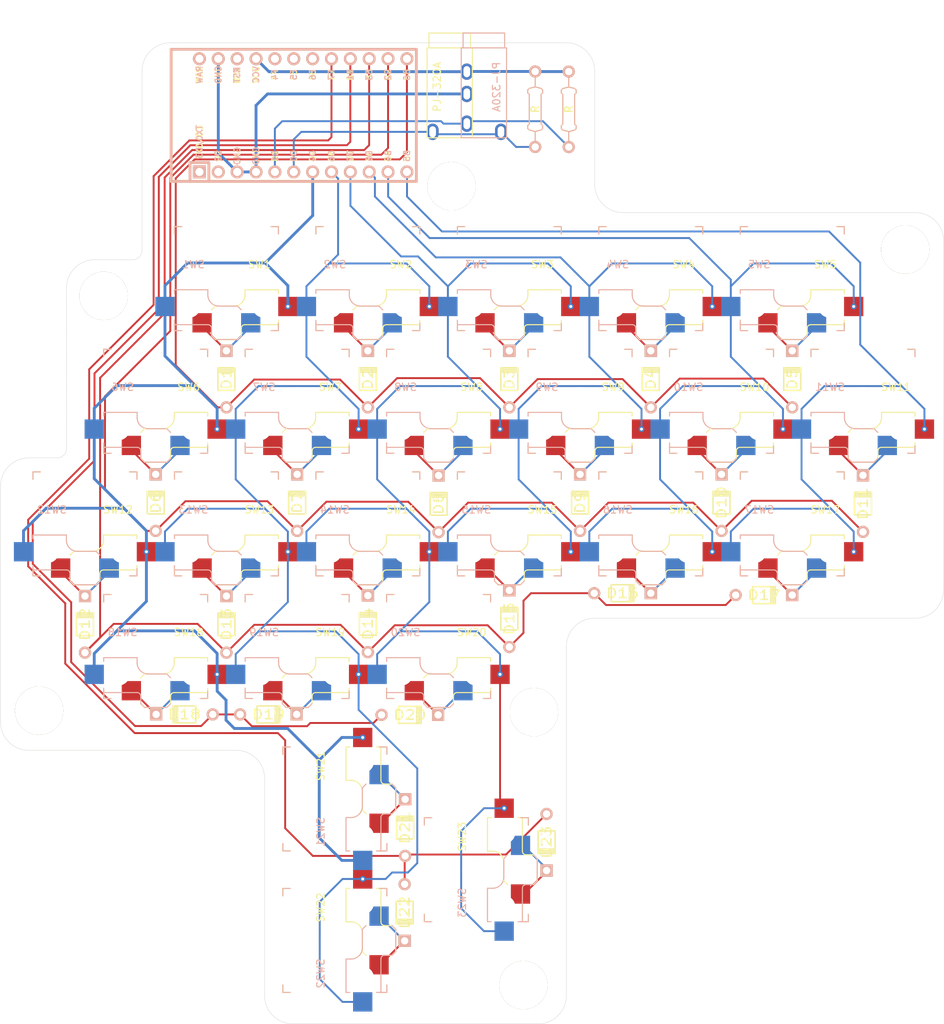
<source format=kicad_pcb>
(kicad_pcb (version 20171130) (host pcbnew 5.1.10-88a1d61d58~88~ubuntu20.04.1)
  (layers (0 F.Cu signal) (31 B.Cu signal) (34 B.Paste user) (35 F.Paste user) (36 B.SilkS user) (37 F.SilkS user) (38 B.Mask user) (39 F.Mask user) (44 Edge.Cuts user))
  (net 0 "")
  (net 1 "Net-(D1-Pad2)")
  (net 2 ROW0)
  (net 3 "Net-(D2-Pad2)")
  (net 4 "Net-(D3-Pad2)")
  (net 5 "Net-(D4-Pad2)")
  (net 6 "Net-(D5-Pad2)")
  (net 7 "Net-(D6-Pad2)")
  (net 8 ROW1)
  (net 9 "Net-(D7-Pad2)")
  (net 10 "Net-(D8-Pad2)")
  (net 11 "Net-(D9-Pad2)")
  (net 12 "Net-(D10-Pad2)")
  (net 13 "Net-(D11-Pad2)")
  (net 14 "Net-(D12-Pad2)")
  (net 15 ROW2)
  (net 16 "Net-(D13-Pad2)")
  (net 17 "Net-(D14-Pad2)")
  (net 18 "Net-(D15-Pad2)")
  (net 19 "Net-(D16-Pad2)")
  (net 20 "Net-(D17-Pad2)")
  (net 21 "Net-(D18-Pad2)")
  (net 22 ROW3)
  (net 23 "Net-(D19-Pad2)")
  (net 24 "Net-(D20-Pad2)")
  (net 25 "Net-(D21-Pad2)")
  (net 26 ROW4)
  (net 27 "Net-(D22-Pad2)")
  (net 28 "Net-(D23-Pad2)")
  (net 29 COL0)
  (net 30 COL1)
  (net 31 COL2)
  (net 32 COL3)
  (net 33 COL4)
  (net 34 COL5)
  (net 35 SCL)
  (net 36 GND)
  (net 37 SDA)
  (net 38 VCC)
  (net 39 "Net-(U2-Pad24)")
  (net 40 RESET)
  (net 41 "Net-(U2-Pad20)")
  (net 42 "Net-(U2-Pad19)")
  (net 43 "Net-(U2-Pad18)")
  (net 44 "Net-(U2-Pad2)")
  (net 45 "Net-(U2-Pad1)")
  (module Keebio-Parts:MountingHole (layer F.Cu) (at 149.6314 43.4213)
    (fp_text reference H5 hide)
    (fp_text value Hole)
    (pad "" thru_hole circle (at 0 0) (size 6.5 6.5) (drill 6.5) (layers *.Cu *.Mask F.SilkS))
  )
  (module Keebio-Parts:Resistor (layer F.Cu) (at 160.8963 33.0708 270)
    (fp_text reference R2 hide)
    (fp_text value R (at 0 0 90) (layer F.SilkS) (effects (font (thickness 0.2))))
    (pad 2 thru_hole circle (at 5.08 0 270) (size 1.651 1.651) (drill 0.9906) (layers *.Cu *.SilkS *.Mask) (net 35 SCL))
    (pad 1 thru_hole circle (at -5.08 0 270) (size 1.651 1.651) (drill 0.9906) (layers *.Cu *.SilkS *.Mask) (net 38 VCC))
  )
  (module Keebio-Parts:Resistor (layer F.Cu) (at 165.4175 33.0835 270)
    (fp_text reference R1 hide)
    (fp_text value R (at 0 0 90) (layer F.SilkS) (effects (font (thickness 0.2))))
    (pad 2 thru_hole circle (at 5.08 0 270) (size 1.651 1.651) (drill 0.9906) (layers *.Cu *.SilkS *.Mask) (net 37 SDA))
    (pad 1 thru_hole circle (at -5.08 0 270) (size 1.651 1.651) (drill 0.9906) (layers *.Cu *.SilkS *.Mask) (net 38 VCC))
  )
  (module Keebio-Parts:ArduinoProMicro (layer F.Cu) (at 129.6543 33.8963)
    (fp_text reference U2 hide)
    (fp_text value ProMicro hide)
    (fp_text user ST (at -8.91 -5.04 -270) (layer B.SilkS) (effects (font (size 0.8 0.8)) (justify mirror)))
    (fp_text user TX0/D3 (at -13.97 3.571872 -270) (layer F.SilkS) (effects (font (size 0.8 0.8))))
    (fp_text user TX0/D3 (at -13.97 3.571872 -270) (layer B.SilkS) (effects (font (size 0.8 0.8)) (justify mirror)))
    (fp_text user D2 (at -11.43 5.461 -270) (layer F.SilkS) (effects (font (size 0.8 0.8))))
    (fp_text user D0 (at -1.27 5.461 -270) (layer F.SilkS) (effects (font (size 0.8 0.8))))
    (fp_text user D1 (at -3.81 5.461 -270) (layer F.SilkS) (effects (font (size 0.8 0.8))))
    (fp_text user GND (at -6.35 5.461 -270) (layer F.SilkS) (effects (font (size 0.8 0.8))))
    (fp_text user GND (at -8.89 5.461 -270) (layer F.SilkS) (effects (font (size 0.8 0.8))))
    (fp_text user D4 (at 1.27 5.461 -270) (layer F.SilkS) (effects (font (size 0.8 0.8))))
    (fp_text user C6 (at 3.81 5.461 -270) (layer F.SilkS) (effects (font (size 0.8 0.8))))
    (fp_text user D7 (at 6.35 5.461 -270) (layer F.SilkS) (effects (font (size 0.8 0.8))))
    (fp_text user E6 (at 8.89 5.461 -270) (layer F.SilkS) (effects (font (size 0.8 0.8))))
    (fp_text user B4 (at 11.43 5.461 -270) (layer F.SilkS) (effects (font (size 0.8 0.8))))
    (fp_text user B5 (at 13.97 5.461 -270) (layer F.SilkS) (effects (font (size 0.8 0.8))))
    (fp_text user B6 (at 13.97 -5.461 -270) (layer F.SilkS) (effects (font (size 0.8 0.8))))
    (fp_text user B2 (at 11.43 -5.461 -270) (layer B.SilkS) (effects (font (size 0.8 0.8)) (justify mirror)))
    (fp_text user B3 (at 8.89 -5.461 -270) (layer F.SilkS) (effects (font (size 0.8 0.8))))
    (fp_text user B1 (at 6.35 -5.461 -270) (layer F.SilkS) (effects (font (size 0.8 0.8))))
    (fp_text user F7 (at 3.81 -5.461 -270) (layer B.SilkS) (effects (font (size 0.8 0.8)) (justify mirror)))
    (fp_text user F6 (at 1.27 -5.461 -270) (layer B.SilkS) (effects (font (size 0.8 0.8)) (justify mirror)))
    (fp_text user F5 (at -1.27 -5.461 -270) (layer B.SilkS) (effects (font (size 0.8 0.8)) (justify mirror)))
    (fp_text user F4 (at -3.81 -5.461 -270) (layer F.SilkS) (effects (font (size 0.8 0.8))))
    (fp_text user VCC (at -6.35 -5.461 -270) (layer F.SilkS) (effects (font (size 0.8 0.8))))
    (fp_text user ST (at -8.92 -5.73312 -270) (layer F.SilkS) (effects (font (size 0.8 0.8))))
    (fp_text user GND (at -11.43 -5.461 -270) (layer F.SilkS) (effects (font (size 0.8 0.8))))
    (fp_text user RAW (at -13.97 -5.461 -270) (layer F.SilkS) (effects (font (size 0.8 0.8))))
    (fp_text user RAW (at -13.97 -5.461 -270) (layer B.SilkS) (effects (font (size 0.8 0.8)) (justify mirror)))
    (fp_text user GND (at -11.43 -5.461 -270) (layer B.SilkS) (effects (font (size 0.8 0.8)) (justify mirror)))
    (fp_text user VCC (at -6.35 -5.461 -270) (layer B.SilkS) (effects (font (size 0.8 0.8)) (justify mirror)))
    (fp_text user F4 (at -3.81 -5.461 -270) (layer B.SilkS) (effects (font (size 0.8 0.8)) (justify mirror)))
    (fp_text user F5 (at -1.27 -5.461 -270) (layer F.SilkS) (effects (font (size 0.8 0.8))))
    (fp_text user F6 (at 1.27 -5.461 -270) (layer F.SilkS) (effects (font (size 0.8 0.8))))
    (fp_text user F7 (at 3.81 -5.461 -270) (layer F.SilkS) (effects (font (size 0.8 0.8))))
    (fp_text user B1 (at 6.35 -5.461 -270) (layer B.SilkS) (effects (font (size 0.8 0.8)) (justify mirror)))
    (fp_text user B3 (at 8.89 -5.461 -270) (layer B.SilkS) (effects (font (size 0.8 0.8)) (justify mirror)))
    (fp_text user B2 (at 11.43 -5.461 -270) (layer F.SilkS) (effects (font (size 0.8 0.8))))
    (fp_text user B6 (at 13.97 -5.461 -270) (layer B.SilkS) (effects (font (size 0.8 0.8)) (justify mirror)))
    (fp_text user B5 (at 13.97 5.461 -270) (layer B.SilkS) (effects (font (size 0.8 0.8)) (justify mirror)))
    (fp_text user B4 (at 11.43 5.461 -270) (layer B.SilkS) (effects (font (size 0.8 0.8)) (justify mirror)))
    (fp_text user E6 (at 8.89 5.461 -270) (layer B.SilkS) (effects (font (size 0.8 0.8)) (justify mirror)))
    (fp_text user D7 (at 6.35 5.461 -270) (layer B.SilkS) (effects (font (size 0.8 0.8)) (justify mirror)))
    (fp_text user C6 (at 3.81 5.461 -270) (layer B.SilkS) (effects (font (size 0.8 0.8)) (justify mirror)))
    (fp_text user D4 (at 1.27 5.461 -270) (layer B.SilkS) (effects (font (size 0.8 0.8)) (justify mirror)))
    (fp_text user GND (at -8.89 5.461 -270) (layer B.SilkS) (effects (font (size 0.8 0.8)) (justify mirror)))
    (fp_text user GND (at -6.35 5.461 -270) (layer B.SilkS) (effects (font (size 0.8 0.8)) (justify mirror)))
    (fp_text user D1 (at -3.81 5.461 -270) (layer B.SilkS) (effects (font (size 0.8 0.8)) (justify mirror)))
    (fp_text user D0 (at -1.27 5.461 -270) (layer B.SilkS) (effects (font (size 0.8 0.8)) (justify mirror)))
    (fp_text user D2 (at -11.43 5.461 -270) (layer B.SilkS) (effects (font (size 0.8 0.8)) (justify mirror)))
    (pad 24 thru_hole circle (at -13.97 -7.62) (size 1.7526 1.7526) (drill 1.0922) (layers *.Cu *.SilkS *.Mask) (net 39 "Net-(U2-Pad24)"))
    (pad 12 thru_hole circle (at 13.97 7.62) (size 1.7526 1.7526) (drill 1.0922) (layers *.Cu *.SilkS *.Mask) (net 34 COL5))
    (pad 23 thru_hole circle (at -11.43 -7.62) (size 1.7526 1.7526) (drill 1.0922) (layers *.Cu *.SilkS *.Mask) (net 36 GND))
    (pad 22 thru_hole circle (at -8.89 -7.62) (size 1.7526 1.7526) (drill 1.0922) (layers *.Cu *.SilkS *.Mask) (net 40 RESET))
    (pad 21 thru_hole circle (at -6.35 -7.62) (size 1.7526 1.7526) (drill 1.0922) (layers *.Cu *.SilkS *.Mask) (net 38 VCC))
    (pad 20 thru_hole circle (at -3.81 -7.62) (size 1.7526 1.7526) (drill 1.0922) (layers *.Cu *.SilkS *.Mask) (net 41 "Net-(U2-Pad20)"))
    (pad 19 thru_hole circle (at -1.27 -7.62) (size 1.7526 1.7526) (drill 1.0922) (layers *.Cu *.SilkS *.Mask) (net 42 "Net-(U2-Pad19)"))
    (pad 18 thru_hole circle (at 1.27 -7.62) (size 1.7526 1.7526) (drill 1.0922) (layers *.Cu *.SilkS *.Mask) (net 43 "Net-(U2-Pad18)"))
    (pad 17 thru_hole circle (at 3.81 -7.62) (size 1.7526 1.7526) (drill 1.0922) (layers *.Cu *.SilkS *.Mask) (net 26 ROW4))
    (pad 16 thru_hole circle (at 6.35 -7.62) (size 1.7526 1.7526) (drill 1.0922) (layers *.Cu *.SilkS *.Mask) (net 22 ROW3))
    (pad 15 thru_hole circle (at 8.89 -7.62) (size 1.7526 1.7526) (drill 1.0922) (layers *.Cu *.SilkS *.Mask) (net 15 ROW2))
    (pad 14 thru_hole circle (at 11.43 -7.62) (size 1.7526 1.7526) (drill 1.0922) (layers *.Cu *.SilkS *.Mask) (net 8 ROW1))
    (pad 13 thru_hole circle (at 13.97 -7.62) (size 1.7526 1.7526) (drill 1.0922) (layers *.Cu *.SilkS *.Mask) (net 2 ROW0))
    (pad 11 thru_hole circle (at 11.43 7.62) (size 1.7526 1.7526) (drill 1.0922) (layers *.Cu *.SilkS *.Mask) (net 33 COL4))
    (pad 10 thru_hole circle (at 8.89 7.62) (size 1.7526 1.7526) (drill 1.0922) (layers *.Cu *.SilkS *.Mask) (net 32 COL3))
    (pad 9 thru_hole circle (at 6.35 7.62) (size 1.7526 1.7526) (drill 1.0922) (layers *.Cu *.SilkS *.Mask) (net 31 COL2))
    (pad 8 thru_hole circle (at 3.81 7.62) (size 1.7526 1.7526) (drill 1.0922) (layers *.Cu *.SilkS *.Mask) (net 30 COL1))
    (pad 7 thru_hole circle (at 1.27 7.62) (size 1.7526 1.7526) (drill 1.0922) (layers *.Cu *.SilkS *.Mask) (net 29 COL0))
    (pad 6 thru_hole circle (at -1.27 7.62) (size 1.7526 1.7526) (drill 1.0922) (layers *.Cu *.SilkS *.Mask) (net 35 SCL))
    (pad 5 thru_hole circle (at -3.81 7.62) (size 1.7526 1.7526) (drill 1.0922) (layers *.Cu *.SilkS *.Mask) (net 37 SDA))
    (pad 4 thru_hole circle (at -6.35 7.62) (size 1.7526 1.7526) (drill 1.0922) (layers *.Cu *.SilkS *.Mask) (net 36 GND))
    (pad 3 thru_hole circle (at -8.89 7.62) (size 1.7526 1.7526) (drill 1.0922) (layers *.Cu *.SilkS *.Mask) (net 36 GND))
    (pad 2 thru_hole circle (at -11.43 7.62) (size 1.7526 1.7526) (drill 1.0922) (layers *.Cu *.SilkS *.Mask) (net 44 "Net-(U2-Pad2)"))
    (pad 1 thru_hole rect (at -13.97 7.62) (size 1.7526 1.7526) (drill 1.0922) (layers *.Cu *.SilkS *.Mask) (net 45 "Net-(U2-Pad1)"))
  )
  (module Keebio-Parts:MountingHole (layer F.Cu) (at 210.7311 51.9684)
    (fp_text reference H6 hide)
    (fp_text value Hole)
    (pad "" thru_hole circle (at 0 0) (size 6.5 6.5) (drill 6.5) (layers *.Cu *.Mask F.SilkS))
  )
  (module Keebio-Parts:MountingHole (layer F.Cu) (at 94.0943 114.046)
    (fp_text reference H4 hide)
    (fp_text value Hole)
    (pad "" thru_hole circle (at 0 0) (size 6.5 6.5) (drill 6.5) (layers *.Cu *.Mask F.SilkS))
  )
  (module Keebio-Parts:MountingHole (layer F.Cu) (at 102.7811 58.2041)
    (fp_text reference H3 hide)
    (fp_text value Hole)
    (pad "" thru_hole circle (at 0 0) (size 6.5 6.5) (drill 6.5) (layers *.Cu *.Mask F.SilkS))
  )
  (module Keebio-Parts:MountingHole (layer F.Cu) (at 159.3088 150.9903)
    (fp_text reference H2 hide)
    (fp_text value Hole)
    (pad "" thru_hole circle (at 0 0) (size 6.5 6.5) (drill 6.5) (layers *.Cu *.Mask F.SilkS))
  )
  (module Keebio-Parts:MountingHole (layer F.Cu) (at 160.7312 114.2365)
    (fp_text reference H1 hide)
    (fp_text value Hole)
    (pad "" thru_hole circle (at 0 0) (size 6.5 6.5) (drill 6.5) (layers *.Cu *.Mask F.SilkS))
  )
  (module Keebio-Parts:TRRS-PJ-320A-dual (layer F.Cu) (at 151.6888 24.8158)
    (fp_text reference U1)
    (fp_text value TRRS)
    (fp_text user PJ-320A (at -4 5.25 90) (layer F.SilkS))
    (fp_text user PJ-320A (at 4 5.25 270) (layer B.SilkS) (effects (justify mirror)))
    (pad 3 thru_hole oval (at 0 6.2) (size 1.6 2.2) (drill oval 0.9 1.5) (layers *.Cu *.Mask) (net 36 GND))
    (pad "" np_thru_hole circle (at -2.3 1.6) (size 1.5 1.5) (drill 1.5) (layers *.Cu *.Mask))
    (pad "" np_thru_hole circle (at -2.3 8.6) (size 1.5 1.5) (drill 1.5) (layers *.Cu *.Mask))
    (pad 4 thru_hole oval (at 0 3.2) (size 1.6 2.2) (drill oval 0.9 1.5) (layers *.Cu *.Mask) (net 38 VCC))
    (pad 2 thru_hole oval (at 0 10.2) (size 1.6 2.2) (drill oval 0.9 1.5) (layers *.Cu *.Mask) (net 37 SDA))
    (pad 1 thru_hole oval (at -4.6 11.3) (size 1.6 2.2) (drill oval 0.9 1.5) (layers *.Cu *.Mask) (net 35 SCL))
    (pad 1 thru_hole oval (at 4.6 11.3) (size 1.6 2.2) (drill oval 0.9 1.5) (layers *.Cu *.Mask) (net 35 SCL))
    (pad "" np_thru_hole circle (at 2.3 1.6) (size 1.5 1.5) (drill 1.5) (layers *.Cu *.Mask))
    (pad "" np_thru_hole circle (at 2.3 8.6) (size 1.5 1.5) (drill 1.5) (layers *.Cu *.Mask))
  )
  (module keyswitches:Kailh_socket_PG1350_reversible (layer F.Cu) (at 152.9715 135.4582 90)
    (fp_text reference SW23 (at 4.445 -1.905 90) (layer F.SilkS))
    (fp_text value switch)
    (fp_text user %R (at -4.445 -1.905 90) (layer B.SilkS) (effects (justify mirror)))
    (pad "" np_thru_hole circle (at -5.5 0 90) (size 1.7018 1.7018) (drill 1.7018) (layers *.Cu *.Mask))
    (pad "" np_thru_hole circle (at 5.5 0 90) (size 1.7018 1.7018) (drill 1.7018) (layers *.Cu *.Mask))
    (pad 1 smd rect (at -3.275 5.95 90) (size 2.6 2.6) (layers F.Cu F.Paste F.Mask) (net 28 "Net-(D23-Pad2)"))
    (pad "" np_thru_hole circle (at 5 3.75 90) (size 3 3) (drill 3) (layers *.Cu *.Mask))
    (pad "" np_thru_hole circle (at 0 0 90) (size 3.429 3.429) (drill 3.429) (layers *.Cu *.Mask))
    (pad "" np_thru_hole circle (at 0 5.95 90) (size 3 3) (drill 3) (layers *.Cu *.Mask))
    (pad 2 smd rect (at 8.275 3.75 90) (size 2.6 2.6) (layers F.Cu F.Paste F.Mask) (net 31 COL2))
    (pad "" np_thru_hole circle (at -5 3.75 90) (size 3 3) (drill 3) (layers *.Cu *.Mask))
    (pad 1 smd rect (at 3.275 5.95 90) (size 2.6 2.6) (layers B.Cu B.Paste B.Mask) (net 28 "Net-(D23-Pad2)"))
    (pad 2 smd rect (at -8.275 3.75 90) (size 2.6 2.6) (layers B.Cu B.Paste B.Mask) (net 31 COL2))
    (pad "" np_thru_hole circle (at -5.22 -4.2 90) (size 0.9906 0.9906) (drill 0.9906) (layers *.Cu *.Mask))
    (pad "" np_thru_hole circle (at 5.22 -4.2 90) (size 0.9906 0.9906) (drill 0.9906) (layers *.Cu *.Mask))
  )
  (module keyswitches:Kailh_socket_PG1350_reversible (layer F.Cu) (at 133.9215 144.9832 90)
    (fp_text reference SW22 (at 4.445 -1.905 90) (layer F.SilkS))
    (fp_text value switch)
    (fp_text user %R (at -4.445 -1.905 90) (layer B.SilkS) (effects (justify mirror)))
    (pad "" np_thru_hole circle (at -5.5 0 90) (size 1.7018 1.7018) (drill 1.7018) (layers *.Cu *.Mask))
    (pad "" np_thru_hole circle (at 5.5 0 90) (size 1.7018 1.7018) (drill 1.7018) (layers *.Cu *.Mask))
    (pad 1 smd rect (at -3.275 5.95 90) (size 2.6 2.6) (layers F.Cu F.Paste F.Mask) (net 27 "Net-(D22-Pad2)"))
    (pad "" np_thru_hole circle (at 5 3.75 90) (size 3 3) (drill 3) (layers *.Cu *.Mask))
    (pad "" np_thru_hole circle (at 0 0 90) (size 3.429 3.429) (drill 3.429) (layers *.Cu *.Mask))
    (pad "" np_thru_hole circle (at 0 5.95 90) (size 3 3) (drill 3) (layers *.Cu *.Mask))
    (pad 2 smd rect (at 8.275 3.75 90) (size 2.6 2.6) (layers F.Cu F.Paste F.Mask) (net 30 COL1))
    (pad "" np_thru_hole circle (at -5 3.75 90) (size 3 3) (drill 3) (layers *.Cu *.Mask))
    (pad 1 smd rect (at 3.275 5.95 90) (size 2.6 2.6) (layers B.Cu B.Paste B.Mask) (net 27 "Net-(D22-Pad2)"))
    (pad 2 smd rect (at -8.275 3.75 90) (size 2.6 2.6) (layers B.Cu B.Paste B.Mask) (net 30 COL1))
    (pad "" np_thru_hole circle (at -5.22 -4.2 90) (size 0.9906 0.9906) (drill 0.9906) (layers *.Cu *.Mask))
    (pad "" np_thru_hole circle (at 5.22 -4.2 90) (size 0.9906 0.9906) (drill 0.9906) (layers *.Cu *.Mask))
  )
  (module keyswitches:Kailh_socket_PG1350_reversible (layer F.Cu) (at 133.9215 125.9332 90)
    (fp_text reference SW21 (at 4.445 -1.905 90) (layer F.SilkS))
    (fp_text value switch)
    (fp_text user %R (at -4.445 -1.905 90) (layer B.SilkS) (effects (justify mirror)))
    (pad "" np_thru_hole circle (at -5.5 0 90) (size 1.7018 1.7018) (drill 1.7018) (layers *.Cu *.Mask))
    (pad "" np_thru_hole circle (at 5.5 0 90) (size 1.7018 1.7018) (drill 1.7018) (layers *.Cu *.Mask))
    (pad 1 smd rect (at -3.275 5.95 90) (size 2.6 2.6) (layers F.Cu F.Paste F.Mask) (net 25 "Net-(D21-Pad2)"))
    (pad "" np_thru_hole circle (at 5 3.75 90) (size 3 3) (drill 3) (layers *.Cu *.Mask))
    (pad "" np_thru_hole circle (at 0 0 90) (size 3.429 3.429) (drill 3.429) (layers *.Cu *.Mask))
    (pad "" np_thru_hole circle (at 0 5.95 90) (size 3 3) (drill 3) (layers *.Cu *.Mask))
    (pad 2 smd rect (at 8.275 3.75 90) (size 2.6 2.6) (layers F.Cu F.Paste F.Mask) (net 29 COL0))
    (pad "" np_thru_hole circle (at -5 3.75 90) (size 3 3) (drill 3) (layers *.Cu *.Mask))
    (pad 1 smd rect (at 3.275 5.95 90) (size 2.6 2.6) (layers B.Cu B.Paste B.Mask) (net 25 "Net-(D21-Pad2)"))
    (pad 2 smd rect (at -8.275 3.75 90) (size 2.6 2.6) (layers B.Cu B.Paste B.Mask) (net 29 COL0))
    (pad "" np_thru_hole circle (at -5.22 -4.2 90) (size 0.9906 0.9906) (drill 0.9906) (layers *.Cu *.Mask))
    (pad "" np_thru_hole circle (at 5.22 -4.2 90) (size 0.9906 0.9906) (drill 0.9906) (layers *.Cu *.Mask))
  )
  (module keyswitches:Kailh_socket_PG1350_reversible (layer F.Cu) (at 147.8915 105.41)
    (fp_text reference SW20 (at 4.445 -1.905) (layer F.SilkS))
    (fp_text value switch)
    (fp_text user %R (at -4.445 -1.905) (layer B.SilkS) (effects (justify mirror)))
    (pad "" np_thru_hole circle (at -5.5 0) (size 1.7018 1.7018) (drill 1.7018) (layers *.Cu *.Mask))
    (pad "" np_thru_hole circle (at 5.5 0) (size 1.7018 1.7018) (drill 1.7018) (layers *.Cu *.Mask))
    (pad 1 smd rect (at -3.275 5.95) (size 2.6 2.6) (layers F.Cu F.Paste F.Mask) (net 24 "Net-(D20-Pad2)"))
    (pad "" np_thru_hole circle (at 5 3.75) (size 3 3) (drill 3) (layers *.Cu *.Mask))
    (pad "" np_thru_hole circle (at 0 0) (size 3.429 3.429) (drill 3.429) (layers *.Cu *.Mask))
    (pad "" np_thru_hole circle (at 0 5.95) (size 3 3) (drill 3) (layers *.Cu *.Mask))
    (pad 2 smd rect (at 8.275 3.75) (size 2.6 2.6) (layers F.Cu F.Paste F.Mask) (net 31 COL2))
    (pad "" np_thru_hole circle (at -5 3.75) (size 3 3) (drill 3) (layers *.Cu *.Mask))
    (pad 1 smd rect (at 3.275 5.95) (size 2.6 2.6) (layers B.Cu B.Paste B.Mask) (net 24 "Net-(D20-Pad2)"))
    (pad 2 smd rect (at -8.275 3.75) (size 2.6 2.6) (layers B.Cu B.Paste B.Mask) (net 31 COL2))
    (pad "" np_thru_hole circle (at -5.22 -4.2) (size 0.9906 0.9906) (drill 0.9906) (layers *.Cu *.Mask))
    (pad "" np_thru_hole circle (at 5.22 -4.2) (size 0.9906 0.9906) (drill 0.9906) (layers *.Cu *.Mask))
  )
  (module keyswitches:Kailh_socket_PG1350_reversible (layer F.Cu) (at 128.8415 105.41)
    (fp_text reference SW19 (at 4.445 -1.905) (layer F.SilkS))
    (fp_text value switch)
    (fp_text user %R (at -4.445 -1.905) (layer B.SilkS) (effects (justify mirror)))
    (pad "" np_thru_hole circle (at -5.5 0) (size 1.7018 1.7018) (drill 1.7018) (layers *.Cu *.Mask))
    (pad "" np_thru_hole circle (at 5.5 0) (size 1.7018 1.7018) (drill 1.7018) (layers *.Cu *.Mask))
    (pad 1 smd rect (at -3.275 5.95) (size 2.6 2.6) (layers F.Cu F.Paste F.Mask) (net 23 "Net-(D19-Pad2)"))
    (pad "" np_thru_hole circle (at 5 3.75) (size 3 3) (drill 3) (layers *.Cu *.Mask))
    (pad "" np_thru_hole circle (at 0 0) (size 3.429 3.429) (drill 3.429) (layers *.Cu *.Mask))
    (pad "" np_thru_hole circle (at 0 5.95) (size 3 3) (drill 3) (layers *.Cu *.Mask))
    (pad 2 smd rect (at 8.275 3.75) (size 2.6 2.6) (layers F.Cu F.Paste F.Mask) (net 30 COL1))
    (pad "" np_thru_hole circle (at -5 3.75) (size 3 3) (drill 3) (layers *.Cu *.Mask))
    (pad 1 smd rect (at 3.275 5.95) (size 2.6 2.6) (layers B.Cu B.Paste B.Mask) (net 23 "Net-(D19-Pad2)"))
    (pad 2 smd rect (at -8.275 3.75) (size 2.6 2.6) (layers B.Cu B.Paste B.Mask) (net 30 COL1))
    (pad "" np_thru_hole circle (at -5.22 -4.2) (size 0.9906 0.9906) (drill 0.9906) (layers *.Cu *.Mask))
    (pad "" np_thru_hole circle (at 5.22 -4.2) (size 0.9906 0.9906) (drill 0.9906) (layers *.Cu *.Mask))
  )
  (module keyswitches:Kailh_socket_PG1350_reversible (layer F.Cu) (at 109.7915 105.41)
    (fp_text reference SW18 (at 4.445 -1.905) (layer F.SilkS))
    (fp_text value switch)
    (fp_text user %R (at -4.445 -1.905) (layer B.SilkS) (effects (justify mirror)))
    (pad "" np_thru_hole circle (at -5.5 0) (size 1.7018 1.7018) (drill 1.7018) (layers *.Cu *.Mask))
    (pad "" np_thru_hole circle (at 5.5 0) (size 1.7018 1.7018) (drill 1.7018) (layers *.Cu *.Mask))
    (pad 1 smd rect (at -3.275 5.95) (size 2.6 2.6) (layers F.Cu F.Paste F.Mask) (net 21 "Net-(D18-Pad2)"))
    (pad "" np_thru_hole circle (at 5 3.75) (size 3 3) (drill 3) (layers *.Cu *.Mask))
    (pad "" np_thru_hole circle (at 0 0) (size 3.429 3.429) (drill 3.429) (layers *.Cu *.Mask))
    (pad "" np_thru_hole circle (at 0 5.95) (size 3 3) (drill 3) (layers *.Cu *.Mask))
    (pad 2 smd rect (at 8.275 3.75) (size 2.6 2.6) (layers F.Cu F.Paste F.Mask) (net 29 COL0))
    (pad "" np_thru_hole circle (at -5 3.75) (size 3 3) (drill 3) (layers *.Cu *.Mask))
    (pad 1 smd rect (at 3.275 5.95) (size 2.6 2.6) (layers B.Cu B.Paste B.Mask) (net 21 "Net-(D18-Pad2)"))
    (pad 2 smd rect (at -8.275 3.75) (size 2.6 2.6) (layers B.Cu B.Paste B.Mask) (net 29 COL0))
    (pad "" np_thru_hole circle (at -5.22 -4.2) (size 0.9906 0.9906) (drill 0.9906) (layers *.Cu *.Mask))
    (pad "" np_thru_hole circle (at 5.22 -4.2) (size 0.9906 0.9906) (drill 0.9906) (layers *.Cu *.Mask))
  )
  (module keyswitches:Kailh_socket_PG1350_reversible (layer F.Cu) (at 195.5165 88.9)
    (fp_text reference SW17 (at 4.445 -1.905) (layer F.SilkS))
    (fp_text value switch)
    (fp_text user %R (at -4.445 -1.905) (layer B.SilkS) (effects (justify mirror)))
    (pad "" np_thru_hole circle (at -5.5 0) (size 1.7018 1.7018) (drill 1.7018) (layers *.Cu *.Mask))
    (pad "" np_thru_hole circle (at 5.5 0) (size 1.7018 1.7018) (drill 1.7018) (layers *.Cu *.Mask))
    (pad 1 smd rect (at -3.275 5.95) (size 2.6 2.6) (layers F.Cu F.Paste F.Mask) (net 20 "Net-(D17-Pad2)"))
    (pad "" np_thru_hole circle (at 5 3.75) (size 3 3) (drill 3) (layers *.Cu *.Mask))
    (pad "" np_thru_hole circle (at 0 0) (size 3.429 3.429) (drill 3.429) (layers *.Cu *.Mask))
    (pad "" np_thru_hole circle (at 0 5.95) (size 3 3) (drill 3) (layers *.Cu *.Mask))
    (pad 2 smd rect (at 8.275 3.75) (size 2.6 2.6) (layers F.Cu F.Paste F.Mask) (net 34 COL5))
    (pad "" np_thru_hole circle (at -5 3.75) (size 3 3) (drill 3) (layers *.Cu *.Mask))
    (pad 1 smd rect (at 3.275 5.95) (size 2.6 2.6) (layers B.Cu B.Paste B.Mask) (net 20 "Net-(D17-Pad2)"))
    (pad 2 smd rect (at -8.275 3.75) (size 2.6 2.6) (layers B.Cu B.Paste B.Mask) (net 34 COL5))
    (pad "" np_thru_hole circle (at -5.22 -4.2) (size 0.9906 0.9906) (drill 0.9906) (layers *.Cu *.Mask))
    (pad "" np_thru_hole circle (at 5.22 -4.2) (size 0.9906 0.9906) (drill 0.9906) (layers *.Cu *.Mask))
  )
  (module keyswitches:Kailh_socket_PG1350_reversible (layer F.Cu) (at 176.4665 88.9)
    (fp_text reference SW16 (at 4.445 -1.905) (layer F.SilkS))
    (fp_text value switch)
    (fp_text user %R (at -4.445 -1.905) (layer B.SilkS) (effects (justify mirror)))
    (pad "" np_thru_hole circle (at -5.5 0) (size 1.7018 1.7018) (drill 1.7018) (layers *.Cu *.Mask))
    (pad "" np_thru_hole circle (at 5.5 0) (size 1.7018 1.7018) (drill 1.7018) (layers *.Cu *.Mask))
    (pad 1 smd rect (at -3.275 5.95) (size 2.6 2.6) (layers F.Cu F.Paste F.Mask) (net 19 "Net-(D16-Pad2)"))
    (pad "" np_thru_hole circle (at 5 3.75) (size 3 3) (drill 3) (layers *.Cu *.Mask))
    (pad "" np_thru_hole circle (at 0 0) (size 3.429 3.429) (drill 3.429) (layers *.Cu *.Mask))
    (pad "" np_thru_hole circle (at 0 5.95) (size 3 3) (drill 3) (layers *.Cu *.Mask))
    (pad 2 smd rect (at 8.275 3.75) (size 2.6 2.6) (layers F.Cu F.Paste F.Mask) (net 33 COL4))
    (pad "" np_thru_hole circle (at -5 3.75) (size 3 3) (drill 3) (layers *.Cu *.Mask))
    (pad 1 smd rect (at 3.275 5.95) (size 2.6 2.6) (layers B.Cu B.Paste B.Mask) (net 19 "Net-(D16-Pad2)"))
    (pad 2 smd rect (at -8.275 3.75) (size 2.6 2.6) (layers B.Cu B.Paste B.Mask) (net 33 COL4))
    (pad "" np_thru_hole circle (at -5.22 -4.2) (size 0.9906 0.9906) (drill 0.9906) (layers *.Cu *.Mask))
    (pad "" np_thru_hole circle (at 5.22 -4.2) (size 0.9906 0.9906) (drill 0.9906) (layers *.Cu *.Mask))
  )
  (module keyswitches:Kailh_socket_PG1350_reversible (layer F.Cu) (at 157.4165 88.9)
    (fp_text reference SW15 (at 4.445 -1.905) (layer F.SilkS))
    (fp_text value switch)
    (fp_text user %R (at -4.445 -1.905) (layer B.SilkS) (effects (justify mirror)))
    (pad "" np_thru_hole circle (at -5.5 0) (size 1.7018 1.7018) (drill 1.7018) (layers *.Cu *.Mask))
    (pad "" np_thru_hole circle (at 5.5 0) (size 1.7018 1.7018) (drill 1.7018) (layers *.Cu *.Mask))
    (pad 1 smd rect (at -3.275 5.95) (size 2.6 2.6) (layers F.Cu F.Paste F.Mask) (net 18 "Net-(D15-Pad2)"))
    (pad "" np_thru_hole circle (at 5 3.75) (size 3 3) (drill 3) (layers *.Cu *.Mask))
    (pad "" np_thru_hole circle (at 0 0) (size 3.429 3.429) (drill 3.429) (layers *.Cu *.Mask))
    (pad "" np_thru_hole circle (at 0 5.95) (size 3 3) (drill 3) (layers *.Cu *.Mask))
    (pad 2 smd rect (at 8.275 3.75) (size 2.6 2.6) (layers F.Cu F.Paste F.Mask) (net 32 COL3))
    (pad "" np_thru_hole circle (at -5 3.75) (size 3 3) (drill 3) (layers *.Cu *.Mask))
    (pad 1 smd rect (at 3.275 5.95) (size 2.6 2.6) (layers B.Cu B.Paste B.Mask) (net 18 "Net-(D15-Pad2)"))
    (pad 2 smd rect (at -8.275 3.75) (size 2.6 2.6) (layers B.Cu B.Paste B.Mask) (net 32 COL3))
    (pad "" np_thru_hole circle (at -5.22 -4.2) (size 0.9906 0.9906) (drill 0.9906) (layers *.Cu *.Mask))
    (pad "" np_thru_hole circle (at 5.22 -4.2) (size 0.9906 0.9906) (drill 0.9906) (layers *.Cu *.Mask))
  )
  (module keyswitches:Kailh_socket_PG1350_reversible (layer F.Cu) (at 138.3665 88.9)
    (fp_text reference SW14 (at 4.445 -1.905) (layer F.SilkS))
    (fp_text value switch)
    (fp_text user %R (at -4.445 -1.905) (layer B.SilkS) (effects (justify mirror)))
    (pad "" np_thru_hole circle (at -5.5 0) (size 1.7018 1.7018) (drill 1.7018) (layers *.Cu *.Mask))
    (pad "" np_thru_hole circle (at 5.5 0) (size 1.7018 1.7018) (drill 1.7018) (layers *.Cu *.Mask))
    (pad 1 smd rect (at -3.275 5.95) (size 2.6 2.6) (layers F.Cu F.Paste F.Mask) (net 17 "Net-(D14-Pad2)"))
    (pad "" np_thru_hole circle (at 5 3.75) (size 3 3) (drill 3) (layers *.Cu *.Mask))
    (pad "" np_thru_hole circle (at 0 0) (size 3.429 3.429) (drill 3.429) (layers *.Cu *.Mask))
    (pad "" np_thru_hole circle (at 0 5.95) (size 3 3) (drill 3) (layers *.Cu *.Mask))
    (pad 2 smd rect (at 8.275 3.75) (size 2.6 2.6) (layers F.Cu F.Paste F.Mask) (net 31 COL2))
    (pad "" np_thru_hole circle (at -5 3.75) (size 3 3) (drill 3) (layers *.Cu *.Mask))
    (pad 1 smd rect (at 3.275 5.95) (size 2.6 2.6) (layers B.Cu B.Paste B.Mask) (net 17 "Net-(D14-Pad2)"))
    (pad 2 smd rect (at -8.275 3.75) (size 2.6 2.6) (layers B.Cu B.Paste B.Mask) (net 31 COL2))
    (pad "" np_thru_hole circle (at -5.22 -4.2) (size 0.9906 0.9906) (drill 0.9906) (layers *.Cu *.Mask))
    (pad "" np_thru_hole circle (at 5.22 -4.2) (size 0.9906 0.9906) (drill 0.9906) (layers *.Cu *.Mask))
  )
  (module keyswitches:Kailh_socket_PG1350_reversible (layer F.Cu) (at 119.3165 88.9)
    (fp_text reference SW13 (at 4.445 -1.905) (layer F.SilkS))
    (fp_text value switch)
    (fp_text user %R (at -4.445 -1.905) (layer B.SilkS) (effects (justify mirror)))
    (pad "" np_thru_hole circle (at -5.5 0) (size 1.7018 1.7018) (drill 1.7018) (layers *.Cu *.Mask))
    (pad "" np_thru_hole circle (at 5.5 0) (size 1.7018 1.7018) (drill 1.7018) (layers *.Cu *.Mask))
    (pad 1 smd rect (at -3.275 5.95) (size 2.6 2.6) (layers F.Cu F.Paste F.Mask) (net 16 "Net-(D13-Pad2)"))
    (pad "" np_thru_hole circle (at 5 3.75) (size 3 3) (drill 3) (layers *.Cu *.Mask))
    (pad "" np_thru_hole circle (at 0 0) (size 3.429 3.429) (drill 3.429) (layers *.Cu *.Mask))
    (pad "" np_thru_hole circle (at 0 5.95) (size 3 3) (drill 3) (layers *.Cu *.Mask))
    (pad 2 smd rect (at 8.275 3.75) (size 2.6 2.6) (layers F.Cu F.Paste F.Mask) (net 30 COL1))
    (pad "" np_thru_hole circle (at -5 3.75) (size 3 3) (drill 3) (layers *.Cu *.Mask))
    (pad 1 smd rect (at 3.275 5.95) (size 2.6 2.6) (layers B.Cu B.Paste B.Mask) (net 16 "Net-(D13-Pad2)"))
    (pad 2 smd rect (at -8.275 3.75) (size 2.6 2.6) (layers B.Cu B.Paste B.Mask) (net 30 COL1))
    (pad "" np_thru_hole circle (at -5.22 -4.2) (size 0.9906 0.9906) (drill 0.9906) (layers *.Cu *.Mask))
    (pad "" np_thru_hole circle (at 5.22 -4.2) (size 0.9906 0.9906) (drill 0.9906) (layers *.Cu *.Mask))
  )
  (module keyswitches:Kailh_socket_PG1350_reversible (layer F.Cu) (at 100.2665 88.9)
    (fp_text reference SW12 (at 4.445 -1.905) (layer F.SilkS))
    (fp_text value switch)
    (fp_text user %R (at -4.445 -1.905) (layer B.SilkS) (effects (justify mirror)))
    (pad "" np_thru_hole circle (at -5.5 0) (size 1.7018 1.7018) (drill 1.7018) (layers *.Cu *.Mask))
    (pad "" np_thru_hole circle (at 5.5 0) (size 1.7018 1.7018) (drill 1.7018) (layers *.Cu *.Mask))
    (pad 1 smd rect (at -3.275 5.95) (size 2.6 2.6) (layers F.Cu F.Paste F.Mask) (net 14 "Net-(D12-Pad2)"))
    (pad "" np_thru_hole circle (at 5 3.75) (size 3 3) (drill 3) (layers *.Cu *.Mask))
    (pad "" np_thru_hole circle (at 0 0) (size 3.429 3.429) (drill 3.429) (layers *.Cu *.Mask))
    (pad "" np_thru_hole circle (at 0 5.95) (size 3 3) (drill 3) (layers *.Cu *.Mask))
    (pad 2 smd rect (at 8.275 3.75) (size 2.6 2.6) (layers F.Cu F.Paste F.Mask) (net 29 COL0))
    (pad "" np_thru_hole circle (at -5 3.75) (size 3 3) (drill 3) (layers *.Cu *.Mask))
    (pad 1 smd rect (at 3.275 5.95) (size 2.6 2.6) (layers B.Cu B.Paste B.Mask) (net 14 "Net-(D12-Pad2)"))
    (pad 2 smd rect (at -8.275 3.75) (size 2.6 2.6) (layers B.Cu B.Paste B.Mask) (net 29 COL0))
    (pad "" np_thru_hole circle (at -5.22 -4.2) (size 0.9906 0.9906) (drill 0.9906) (layers *.Cu *.Mask))
    (pad "" np_thru_hole circle (at 5.22 -4.2) (size 0.9906 0.9906) (drill 0.9906) (layers *.Cu *.Mask))
  )
  (module keyswitches:Kailh_socket_PG1350_reversible (layer F.Cu) (at 205.0415 72.39)
    (fp_text reference SW11 (at 4.445 -1.905) (layer F.SilkS))
    (fp_text value switch)
    (fp_text user %R (at -4.445 -1.905) (layer B.SilkS) (effects (justify mirror)))
    (pad "" np_thru_hole circle (at -5.5 0) (size 1.7018 1.7018) (drill 1.7018) (layers *.Cu *.Mask))
    (pad "" np_thru_hole circle (at 5.5 0) (size 1.7018 1.7018) (drill 1.7018) (layers *.Cu *.Mask))
    (pad 1 smd rect (at -3.275 5.95) (size 2.6 2.6) (layers F.Cu F.Paste F.Mask) (net 13 "Net-(D11-Pad2)"))
    (pad "" np_thru_hole circle (at 5 3.75) (size 3 3) (drill 3) (layers *.Cu *.Mask))
    (pad "" np_thru_hole circle (at 0 0) (size 3.429 3.429) (drill 3.429) (layers *.Cu *.Mask))
    (pad "" np_thru_hole circle (at 0 5.95) (size 3 3) (drill 3) (layers *.Cu *.Mask))
    (pad 2 smd rect (at 8.275 3.75) (size 2.6 2.6) (layers F.Cu F.Paste F.Mask) (net 34 COL5))
    (pad "" np_thru_hole circle (at -5 3.75) (size 3 3) (drill 3) (layers *.Cu *.Mask))
    (pad 1 smd rect (at 3.275 5.95) (size 2.6 2.6) (layers B.Cu B.Paste B.Mask) (net 13 "Net-(D11-Pad2)"))
    (pad 2 smd rect (at -8.275 3.75) (size 2.6 2.6) (layers B.Cu B.Paste B.Mask) (net 34 COL5))
    (pad "" np_thru_hole circle (at -5.22 -4.2) (size 0.9906 0.9906) (drill 0.9906) (layers *.Cu *.Mask))
    (pad "" np_thru_hole circle (at 5.22 -4.2) (size 0.9906 0.9906) (drill 0.9906) (layers *.Cu *.Mask))
  )
  (module keyswitches:Kailh_socket_PG1350_reversible (layer F.Cu) (at 185.9915 72.39)
    (fp_text reference SW10 (at 4.445 -1.905) (layer F.SilkS))
    (fp_text value switch)
    (fp_text user %R (at -4.445 -1.905) (layer B.SilkS) (effects (justify mirror)))
    (pad "" np_thru_hole circle (at -5.5 0) (size 1.7018 1.7018) (drill 1.7018) (layers *.Cu *.Mask))
    (pad "" np_thru_hole circle (at 5.5 0) (size 1.7018 1.7018) (drill 1.7018) (layers *.Cu *.Mask))
    (pad 1 smd rect (at -3.275 5.95) (size 2.6 2.6) (layers F.Cu F.Paste F.Mask) (net 12 "Net-(D10-Pad2)"))
    (pad "" np_thru_hole circle (at 5 3.75) (size 3 3) (drill 3) (layers *.Cu *.Mask))
    (pad "" np_thru_hole circle (at 0 0) (size 3.429 3.429) (drill 3.429) (layers *.Cu *.Mask))
    (pad "" np_thru_hole circle (at 0 5.95) (size 3 3) (drill 3) (layers *.Cu *.Mask))
    (pad 2 smd rect (at 8.275 3.75) (size 2.6 2.6) (layers F.Cu F.Paste F.Mask) (net 33 COL4))
    (pad "" np_thru_hole circle (at -5 3.75) (size 3 3) (drill 3) (layers *.Cu *.Mask))
    (pad 1 smd rect (at 3.275 5.95) (size 2.6 2.6) (layers B.Cu B.Paste B.Mask) (net 12 "Net-(D10-Pad2)"))
    (pad 2 smd rect (at -8.275 3.75) (size 2.6 2.6) (layers B.Cu B.Paste B.Mask) (net 33 COL4))
    (pad "" np_thru_hole circle (at -5.22 -4.2) (size 0.9906 0.9906) (drill 0.9906) (layers *.Cu *.Mask))
    (pad "" np_thru_hole circle (at 5.22 -4.2) (size 0.9906 0.9906) (drill 0.9906) (layers *.Cu *.Mask))
  )
  (module keyswitches:Kailh_socket_PG1350_reversible (layer F.Cu) (at 166.9415 72.39)
    (fp_text reference SW9 (at 4.445 -1.905) (layer F.SilkS))
    (fp_text value switch)
    (fp_text user %R (at -4.445 -1.905) (layer B.SilkS) (effects (justify mirror)))
    (pad "" np_thru_hole circle (at -5.5 0) (size 1.7018 1.7018) (drill 1.7018) (layers *.Cu *.Mask))
    (pad "" np_thru_hole circle (at 5.5 0) (size 1.7018 1.7018) (drill 1.7018) (layers *.Cu *.Mask))
    (pad 1 smd rect (at -3.275 5.95) (size 2.6 2.6) (layers F.Cu F.Paste F.Mask) (net 11 "Net-(D9-Pad2)"))
    (pad "" np_thru_hole circle (at 5 3.75) (size 3 3) (drill 3) (layers *.Cu *.Mask))
    (pad "" np_thru_hole circle (at 0 0) (size 3.429 3.429) (drill 3.429) (layers *.Cu *.Mask))
    (pad "" np_thru_hole circle (at 0 5.95) (size 3 3) (drill 3) (layers *.Cu *.Mask))
    (pad 2 smd rect (at 8.275 3.75) (size 2.6 2.6) (layers F.Cu F.Paste F.Mask) (net 32 COL3))
    (pad "" np_thru_hole circle (at -5 3.75) (size 3 3) (drill 3) (layers *.Cu *.Mask))
    (pad 1 smd rect (at 3.275 5.95) (size 2.6 2.6) (layers B.Cu B.Paste B.Mask) (net 11 "Net-(D9-Pad2)"))
    (pad 2 smd rect (at -8.275 3.75) (size 2.6 2.6) (layers B.Cu B.Paste B.Mask) (net 32 COL3))
    (pad "" np_thru_hole circle (at -5.22 -4.2) (size 0.9906 0.9906) (drill 0.9906) (layers *.Cu *.Mask))
    (pad "" np_thru_hole circle (at 5.22 -4.2) (size 0.9906 0.9906) (drill 0.9906) (layers *.Cu *.Mask))
  )
  (module keyswitches:Kailh_socket_PG1350_reversible (layer F.Cu) (at 147.8915 72.39)
    (fp_text reference SW8 (at 4.445 -1.905) (layer F.SilkS))
    (fp_text value switch)
    (fp_text user %R (at -4.445 -1.905) (layer B.SilkS) (effects (justify mirror)))
    (pad "" np_thru_hole circle (at -5.5 0) (size 1.7018 1.7018) (drill 1.7018) (layers *.Cu *.Mask))
    (pad "" np_thru_hole circle (at 5.5 0) (size 1.7018 1.7018) (drill 1.7018) (layers *.Cu *.Mask))
    (pad 1 smd rect (at -3.275 5.95) (size 2.6 2.6) (layers F.Cu F.Paste F.Mask) (net 10 "Net-(D8-Pad2)"))
    (pad "" np_thru_hole circle (at 5 3.75) (size 3 3) (drill 3) (layers *.Cu *.Mask))
    (pad "" np_thru_hole circle (at 0 0) (size 3.429 3.429) (drill 3.429) (layers *.Cu *.Mask))
    (pad "" np_thru_hole circle (at 0 5.95) (size 3 3) (drill 3) (layers *.Cu *.Mask))
    (pad 2 smd rect (at 8.275 3.75) (size 2.6 2.6) (layers F.Cu F.Paste F.Mask) (net 31 COL2))
    (pad "" np_thru_hole circle (at -5 3.75) (size 3 3) (drill 3) (layers *.Cu *.Mask))
    (pad 1 smd rect (at 3.275 5.95) (size 2.6 2.6) (layers B.Cu B.Paste B.Mask) (net 10 "Net-(D8-Pad2)"))
    (pad 2 smd rect (at -8.275 3.75) (size 2.6 2.6) (layers B.Cu B.Paste B.Mask) (net 31 COL2))
    (pad "" np_thru_hole circle (at -5.22 -4.2) (size 0.9906 0.9906) (drill 0.9906) (layers *.Cu *.Mask))
    (pad "" np_thru_hole circle (at 5.22 -4.2) (size 0.9906 0.9906) (drill 0.9906) (layers *.Cu *.Mask))
  )
  (module keyswitches:Kailh_socket_PG1350_reversible (layer F.Cu) (at 128.8415 72.39)
    (fp_text reference SW7 (at 4.445 -1.905) (layer F.SilkS))
    (fp_text value switch)
    (fp_text user %R (at -4.445 -1.905) (layer B.SilkS) (effects (justify mirror)))
    (pad "" np_thru_hole circle (at -5.5 0) (size 1.7018 1.7018) (drill 1.7018) (layers *.Cu *.Mask))
    (pad "" np_thru_hole circle (at 5.5 0) (size 1.7018 1.7018) (drill 1.7018) (layers *.Cu *.Mask))
    (pad 1 smd rect (at -3.275 5.95) (size 2.6 2.6) (layers F.Cu F.Paste F.Mask) (net 9 "Net-(D7-Pad2)"))
    (pad "" np_thru_hole circle (at 5 3.75) (size 3 3) (drill 3) (layers *.Cu *.Mask))
    (pad "" np_thru_hole circle (at 0 0) (size 3.429 3.429) (drill 3.429) (layers *.Cu *.Mask))
    (pad "" np_thru_hole circle (at 0 5.95) (size 3 3) (drill 3) (layers *.Cu *.Mask))
    (pad 2 smd rect (at 8.275 3.75) (size 2.6 2.6) (layers F.Cu F.Paste F.Mask) (net 30 COL1))
    (pad "" np_thru_hole circle (at -5 3.75) (size 3 3) (drill 3) (layers *.Cu *.Mask))
    (pad 1 smd rect (at 3.275 5.95) (size 2.6 2.6) (layers B.Cu B.Paste B.Mask) (net 9 "Net-(D7-Pad2)"))
    (pad 2 smd rect (at -8.275 3.75) (size 2.6 2.6) (layers B.Cu B.Paste B.Mask) (net 30 COL1))
    (pad "" np_thru_hole circle (at -5.22 -4.2) (size 0.9906 0.9906) (drill 0.9906) (layers *.Cu *.Mask))
    (pad "" np_thru_hole circle (at 5.22 -4.2) (size 0.9906 0.9906) (drill 0.9906) (layers *.Cu *.Mask))
  )
  (module keyswitches:Kailh_socket_PG1350_reversible (layer F.Cu) (at 109.7915 72.39)
    (fp_text reference SW6 (at 4.445 -1.905) (layer F.SilkS))
    (fp_text value switch)
    (fp_text user %R (at -4.445 -1.905) (layer B.SilkS) (effects (justify mirror)))
    (pad "" np_thru_hole circle (at -5.5 0) (size 1.7018 1.7018) (drill 1.7018) (layers *.Cu *.Mask))
    (pad "" np_thru_hole circle (at 5.5 0) (size 1.7018 1.7018) (drill 1.7018) (layers *.Cu *.Mask))
    (pad 1 smd rect (at -3.275 5.95) (size 2.6 2.6) (layers F.Cu F.Paste F.Mask) (net 7 "Net-(D6-Pad2)"))
    (pad "" np_thru_hole circle (at 5 3.75) (size 3 3) (drill 3) (layers *.Cu *.Mask))
    (pad "" np_thru_hole circle (at 0 0) (size 3.429 3.429) (drill 3.429) (layers *.Cu *.Mask))
    (pad "" np_thru_hole circle (at 0 5.95) (size 3 3) (drill 3) (layers *.Cu *.Mask))
    (pad 2 smd rect (at 8.275 3.75) (size 2.6 2.6) (layers F.Cu F.Paste F.Mask) (net 29 COL0))
    (pad "" np_thru_hole circle (at -5 3.75) (size 3 3) (drill 3) (layers *.Cu *.Mask))
    (pad 1 smd rect (at 3.275 5.95) (size 2.6 2.6) (layers B.Cu B.Paste B.Mask) (net 7 "Net-(D6-Pad2)"))
    (pad 2 smd rect (at -8.275 3.75) (size 2.6 2.6) (layers B.Cu B.Paste B.Mask) (net 29 COL0))
    (pad "" np_thru_hole circle (at -5.22 -4.2) (size 0.9906 0.9906) (drill 0.9906) (layers *.Cu *.Mask))
    (pad "" np_thru_hole circle (at 5.22 -4.2) (size 0.9906 0.9906) (drill 0.9906) (layers *.Cu *.Mask))
  )
  (module keyswitches:Kailh_socket_PG1350_reversible (layer F.Cu) (at 195.5165 55.88)
    (fp_text reference SW5 (at 4.445 -1.905) (layer F.SilkS))
    (fp_text value switch)
    (fp_text user %R (at -4.445 -1.905) (layer B.SilkS) (effects (justify mirror)))
    (pad "" np_thru_hole circle (at -5.5 0) (size 1.7018 1.7018) (drill 1.7018) (layers *.Cu *.Mask))
    (pad "" np_thru_hole circle (at 5.5 0) (size 1.7018 1.7018) (drill 1.7018) (layers *.Cu *.Mask))
    (pad 1 smd rect (at -3.275 5.95) (size 2.6 2.6) (layers F.Cu F.Paste F.Mask) (net 6 "Net-(D5-Pad2)"))
    (pad "" np_thru_hole circle (at 5 3.75) (size 3 3) (drill 3) (layers *.Cu *.Mask))
    (pad "" np_thru_hole circle (at 0 0) (size 3.429 3.429) (drill 3.429) (layers *.Cu *.Mask))
    (pad "" np_thru_hole circle (at 0 5.95) (size 3 3) (drill 3) (layers *.Cu *.Mask))
    (pad 2 smd rect (at 8.275 3.75) (size 2.6 2.6) (layers F.Cu F.Paste F.Mask) (net 33 COL4))
    (pad "" np_thru_hole circle (at -5 3.75) (size 3 3) (drill 3) (layers *.Cu *.Mask))
    (pad 1 smd rect (at 3.275 5.95) (size 2.6 2.6) (layers B.Cu B.Paste B.Mask) (net 6 "Net-(D5-Pad2)"))
    (pad 2 smd rect (at -8.275 3.75) (size 2.6 2.6) (layers B.Cu B.Paste B.Mask) (net 33 COL4))
    (pad "" np_thru_hole circle (at -5.22 -4.2) (size 0.9906 0.9906) (drill 0.9906) (layers *.Cu *.Mask))
    (pad "" np_thru_hole circle (at 5.22 -4.2) (size 0.9906 0.9906) (drill 0.9906) (layers *.Cu *.Mask))
  )
  (module keyswitches:Kailh_socket_PG1350_reversible (layer F.Cu) (at 176.4665 55.88)
    (fp_text reference SW4 (at 4.445 -1.905) (layer F.SilkS))
    (fp_text value switch)
    (fp_text user %R (at -4.445 -1.905) (layer B.SilkS) (effects (justify mirror)))
    (pad "" np_thru_hole circle (at -5.5 0) (size 1.7018 1.7018) (drill 1.7018) (layers *.Cu *.Mask))
    (pad "" np_thru_hole circle (at 5.5 0) (size 1.7018 1.7018) (drill 1.7018) (layers *.Cu *.Mask))
    (pad 1 smd rect (at -3.275 5.95) (size 2.6 2.6) (layers F.Cu F.Paste F.Mask) (net 5 "Net-(D4-Pad2)"))
    (pad "" np_thru_hole circle (at 5 3.75) (size 3 3) (drill 3) (layers *.Cu *.Mask))
    (pad "" np_thru_hole circle (at 0 0) (size 3.429 3.429) (drill 3.429) (layers *.Cu *.Mask))
    (pad "" np_thru_hole circle (at 0 5.95) (size 3 3) (drill 3) (layers *.Cu *.Mask))
    (pad 2 smd rect (at 8.275 3.75) (size 2.6 2.6) (layers F.Cu F.Paste F.Mask) (net 32 COL3))
    (pad "" np_thru_hole circle (at -5 3.75) (size 3 3) (drill 3) (layers *.Cu *.Mask))
    (pad 1 smd rect (at 3.275 5.95) (size 2.6 2.6) (layers B.Cu B.Paste B.Mask) (net 5 "Net-(D4-Pad2)"))
    (pad 2 smd rect (at -8.275 3.75) (size 2.6 2.6) (layers B.Cu B.Paste B.Mask) (net 32 COL3))
    (pad "" np_thru_hole circle (at -5.22 -4.2) (size 0.9906 0.9906) (drill 0.9906) (layers *.Cu *.Mask))
    (pad "" np_thru_hole circle (at 5.22 -4.2) (size 0.9906 0.9906) (drill 0.9906) (layers *.Cu *.Mask))
  )
  (module keyswitches:Kailh_socket_PG1350_reversible (layer F.Cu) (at 157.4165 55.88)
    (fp_text reference SW3 (at 4.445 -1.905) (layer F.SilkS))
    (fp_text value switch)
    (fp_text user %R (at -4.445 -1.905) (layer B.SilkS) (effects (justify mirror)))
    (pad "" np_thru_hole circle (at -5.5 0) (size 1.7018 1.7018) (drill 1.7018) (layers *.Cu *.Mask))
    (pad "" np_thru_hole circle (at 5.5 0) (size 1.7018 1.7018) (drill 1.7018) (layers *.Cu *.Mask))
    (pad 1 smd rect (at -3.275 5.95) (size 2.6 2.6) (layers F.Cu F.Paste F.Mask) (net 4 "Net-(D3-Pad2)"))
    (pad "" np_thru_hole circle (at 5 3.75) (size 3 3) (drill 3) (layers *.Cu *.Mask))
    (pad "" np_thru_hole circle (at 0 0) (size 3.429 3.429) (drill 3.429) (layers *.Cu *.Mask))
    (pad "" np_thru_hole circle (at 0 5.95) (size 3 3) (drill 3) (layers *.Cu *.Mask))
    (pad 2 smd rect (at 8.275 3.75) (size 2.6 2.6) (layers F.Cu F.Paste F.Mask) (net 31 COL2))
    (pad "" np_thru_hole circle (at -5 3.75) (size 3 3) (drill 3) (layers *.Cu *.Mask))
    (pad 1 smd rect (at 3.275 5.95) (size 2.6 2.6) (layers B.Cu B.Paste B.Mask) (net 4 "Net-(D3-Pad2)"))
    (pad 2 smd rect (at -8.275 3.75) (size 2.6 2.6) (layers B.Cu B.Paste B.Mask) (net 31 COL2))
    (pad "" np_thru_hole circle (at -5.22 -4.2) (size 0.9906 0.9906) (drill 0.9906) (layers *.Cu *.Mask))
    (pad "" np_thru_hole circle (at 5.22 -4.2) (size 0.9906 0.9906) (drill 0.9906) (layers *.Cu *.Mask))
  )
  (module keyswitches:Kailh_socket_PG1350_reversible (layer F.Cu) (at 138.3665 55.88)
    (fp_text reference SW2 (at 4.445 -1.905) (layer F.SilkS))
    (fp_text value switch)
    (fp_text user %R (at -4.445 -1.905) (layer B.SilkS) (effects (justify mirror)))
    (pad "" np_thru_hole circle (at -5.5 0) (size 1.7018 1.7018) (drill 1.7018) (layers *.Cu *.Mask))
    (pad "" np_thru_hole circle (at 5.5 0) (size 1.7018 1.7018) (drill 1.7018) (layers *.Cu *.Mask))
    (pad 1 smd rect (at -3.275 5.95) (size 2.6 2.6) (layers F.Cu F.Paste F.Mask) (net 3 "Net-(D2-Pad2)"))
    (pad "" np_thru_hole circle (at 5 3.75) (size 3 3) (drill 3) (layers *.Cu *.Mask))
    (pad "" np_thru_hole circle (at 0 0) (size 3.429 3.429) (drill 3.429) (layers *.Cu *.Mask))
    (pad "" np_thru_hole circle (at 0 5.95) (size 3 3) (drill 3) (layers *.Cu *.Mask))
    (pad 2 smd rect (at 8.275 3.75) (size 2.6 2.6) (layers F.Cu F.Paste F.Mask) (net 30 COL1))
    (pad "" np_thru_hole circle (at -5 3.75) (size 3 3) (drill 3) (layers *.Cu *.Mask))
    (pad 1 smd rect (at 3.275 5.95) (size 2.6 2.6) (layers B.Cu B.Paste B.Mask) (net 3 "Net-(D2-Pad2)"))
    (pad 2 smd rect (at -8.275 3.75) (size 2.6 2.6) (layers B.Cu B.Paste B.Mask) (net 30 COL1))
    (pad "" np_thru_hole circle (at -5.22 -4.2) (size 0.9906 0.9906) (drill 0.9906) (layers *.Cu *.Mask))
    (pad "" np_thru_hole circle (at 5.22 -4.2) (size 0.9906 0.9906) (drill 0.9906) (layers *.Cu *.Mask))
  )
  (module keyswitches:Kailh_socket_PG1350_reversible (layer F.Cu) (at 119.3165 55.88)
    (fp_text reference SW1 (at 4.445 -1.905) (layer F.SilkS))
    (fp_text value switch)
    (fp_text user %R (at -4.445 -1.905) (layer B.SilkS) (effects (justify mirror)))
    (pad "" np_thru_hole circle (at -5.5 0) (size 1.7018 1.7018) (drill 1.7018) (layers *.Cu *.Mask))
    (pad "" np_thru_hole circle (at 5.5 0) (size 1.7018 1.7018) (drill 1.7018) (layers *.Cu *.Mask))
    (pad 1 smd rect (at -3.275 5.95) (size 2.6 2.6) (layers F.Cu F.Paste F.Mask) (net 1 "Net-(D1-Pad2)"))
    (pad "" np_thru_hole circle (at 5 3.75) (size 3 3) (drill 3) (layers *.Cu *.Mask))
    (pad "" np_thru_hole circle (at 0 0) (size 3.429 3.429) (drill 3.429) (layers *.Cu *.Mask))
    (pad "" np_thru_hole circle (at 0 5.95) (size 3 3) (drill 3) (layers *.Cu *.Mask))
    (pad 2 smd rect (at 8.275 3.75) (size 2.6 2.6) (layers F.Cu F.Paste F.Mask) (net 29 COL0))
    (pad "" np_thru_hole circle (at -5 3.75) (size 3 3) (drill 3) (layers *.Cu *.Mask))
    (pad 1 smd rect (at 3.275 5.95) (size 2.6 2.6) (layers B.Cu B.Paste B.Mask) (net 1 "Net-(D1-Pad2)"))
    (pad 2 smd rect (at -8.275 3.75) (size 2.6 2.6) (layers B.Cu B.Paste B.Mask) (net 29 COL0))
    (pad "" np_thru_hole circle (at -5.22 -4.2) (size 0.9906 0.9906) (drill 0.9906) (layers *.Cu *.Mask))
    (pad "" np_thru_hole circle (at 5.22 -4.2) (size 0.9906 0.9906) (drill 0.9906) (layers *.Cu *.Mask))
  )
  (module Keebio-Parts:Diode (layer F.Cu) (at 162.433 131.7625 270)
    (fp_text reference D23 (at 0 0 90) (layer F.SilkS) (effects (font (size 1.27 1.524) (thickness 0.2032))))
    (fp_text value diode hide)
    (pad 2 thru_hole rect (at 3.81 0 270) (size 1.651 1.651) (drill 0.9906) (layers *.Cu *.SilkS *.Mask) (net 28 "Net-(D23-Pad2)"))
    (pad 1 thru_hole circle (at -3.81 0 270) (size 1.651 1.651) (drill 0.9906) (layers *.Cu *.SilkS *.Mask) (net 26 ROW4))
  )
  (module Keebio-Parts:Diode (layer F.Cu) (at 143.3195 141.224 270)
    (fp_text reference D22 (at 0 0 90) (layer F.SilkS) (effects (font (size 1.27 1.524) (thickness 0.2032))))
    (fp_text value diode hide)
    (pad 2 thru_hole rect (at 3.81 0 270) (size 1.651 1.651) (drill 0.9906) (layers *.Cu *.SilkS *.Mask) (net 27 "Net-(D22-Pad2)"))
    (pad 1 thru_hole circle (at -3.81 0 270) (size 1.651 1.651) (drill 0.9906) (layers *.Cu *.SilkS *.Mask) (net 26 ROW4))
  )
  (module Keebio-Parts:Diode (layer F.Cu) (at 143.383 129.794 90)
    (fp_text reference D21 (at 0 0 90) (layer F.SilkS) (effects (font (size 1.27 1.524) (thickness 0.2032))))
    (fp_text value diode hide)
    (pad 2 thru_hole rect (at 3.81 0 90) (size 1.651 1.651) (drill 0.9906) (layers *.Cu *.SilkS *.Mask) (net 25 "Net-(D21-Pad2)"))
    (pad 1 thru_hole circle (at -3.81 0 90) (size 1.651 1.651) (drill 0.9906) (layers *.Cu *.SilkS *.Mask) (net 26 ROW4))
  )
  (module Keebio-Parts:Diode (layer F.Cu) (at 144.018 114.6175)
    (fp_text reference D20 (at 0 0) (layer F.SilkS) (effects (font (size 1.27 1.524) (thickness 0.2032))))
    (fp_text value diode hide)
    (pad 2 thru_hole rect (at 3.81 0) (size 1.651 1.651) (drill 0.9906) (layers *.Cu *.SilkS *.Mask) (net 24 "Net-(D20-Pad2)"))
    (pad 1 thru_hole circle (at -3.81 0) (size 1.651 1.651) (drill 0.9906) (layers *.Cu *.SilkS *.Mask) (net 22 ROW3))
  )
  (module Keebio-Parts:Diode (layer F.Cu) (at 124.968 114.554)
    (fp_text reference D19 (at 0 0) (layer F.SilkS) (effects (font (size 1.27 1.524) (thickness 0.2032))))
    (fp_text value diode hide)
    (pad 2 thru_hole rect (at 3.81 0) (size 1.651 1.651) (drill 0.9906) (layers *.Cu *.SilkS *.Mask) (net 23 "Net-(D19-Pad2)"))
    (pad 1 thru_hole circle (at -3.81 0) (size 1.651 1.651) (drill 0.9906) (layers *.Cu *.SilkS *.Mask) (net 22 ROW3))
  )
  (module Keebio-Parts:Diode (layer F.Cu) (at 113.665 114.554 180)
    (fp_text reference D18 (at 0 0) (layer F.SilkS) (effects (font (size 1.27 1.524) (thickness 0.2032))))
    (fp_text value diode hide)
    (pad 2 thru_hole rect (at 3.81 0 180) (size 1.651 1.651) (drill 0.9906) (layers *.Cu *.SilkS *.Mask) (net 21 "Net-(D18-Pad2)"))
    (pad 1 thru_hole circle (at -3.81 0 180) (size 1.651 1.651) (drill 0.9906) (layers *.Cu *.SilkS *.Mask) (net 22 ROW3))
  )
  (module Keebio-Parts:Diode (layer F.Cu) (at 191.7065 98.4885)
    (fp_text reference D17 (at 0 0) (layer F.SilkS) (effects (font (size 1.27 1.524) (thickness 0.2032))))
    (fp_text value diode hide)
    (pad 2 thru_hole rect (at 3.81 0) (size 1.651 1.651) (drill 0.9906) (layers *.Cu *.SilkS *.Mask) (net 20 "Net-(D17-Pad2)"))
    (pad 1 thru_hole circle (at -3.81 0) (size 1.651 1.651) (drill 0.9906) (layers *.Cu *.SilkS *.Mask) (net 15 ROW2))
  )
  (module Keebio-Parts:Diode (layer F.Cu) (at 172.6565 98.2345)
    (fp_text reference D16 (at 0 0) (layer F.SilkS) (effects (font (size 1.27 1.524) (thickness 0.2032))))
    (fp_text value diode hide)
    (pad 2 thru_hole rect (at 3.81 0) (size 1.651 1.651) (drill 0.9906) (layers *.Cu *.SilkS *.Mask) (net 19 "Net-(D16-Pad2)"))
    (pad 1 thru_hole circle (at -3.81 0) (size 1.651 1.651) (drill 0.9906) (layers *.Cu *.SilkS *.Mask) (net 15 ROW2))
  )
  (module Keebio-Parts:Diode (layer F.Cu) (at 157.4165 101.6635 90)
    (fp_text reference D15 (at 0 0 90) (layer F.SilkS) (effects (font (size 1.27 1.524) (thickness 0.2032))))
    (fp_text value diode hide)
    (pad 2 thru_hole rect (at 3.81 0 90) (size 1.651 1.651) (drill 0.9906) (layers *.Cu *.SilkS *.Mask) (net 18 "Net-(D15-Pad2)"))
    (pad 1 thru_hole circle (at -3.81 0 90) (size 1.651 1.651) (drill 0.9906) (layers *.Cu *.SilkS *.Mask) (net 15 ROW2))
  )
  (module Keebio-Parts:Diode (layer F.Cu) (at 138.3665 102.362 90)
    (fp_text reference D14 (at 0 0 90) (layer F.SilkS) (effects (font (size 1.27 1.524) (thickness 0.2032))))
    (fp_text value diode hide)
    (pad 2 thru_hole rect (at 3.81 0 90) (size 1.651 1.651) (drill 0.9906) (layers *.Cu *.SilkS *.Mask) (net 17 "Net-(D14-Pad2)"))
    (pad 1 thru_hole circle (at -3.81 0 90) (size 1.651 1.651) (drill 0.9906) (layers *.Cu *.SilkS *.Mask) (net 15 ROW2))
  )
  (module Keebio-Parts:Diode (layer F.Cu) (at 119.3165 102.4255 90)
    (fp_text reference D13 (at 0 0 90) (layer F.SilkS) (effects (font (size 1.27 1.524) (thickness 0.2032))))
    (fp_text value diode hide)
    (pad 2 thru_hole rect (at 3.81 0 90) (size 1.651 1.651) (drill 0.9906) (layers *.Cu *.SilkS *.Mask) (net 16 "Net-(D13-Pad2)"))
    (pad 1 thru_hole circle (at -3.81 0 90) (size 1.651 1.651) (drill 0.9906) (layers *.Cu *.SilkS *.Mask) (net 15 ROW2))
  )
  (module Keebio-Parts:Diode (layer F.Cu) (at 100.2665 102.4255 90)
    (fp_text reference D12 (at 0 0 90) (layer F.SilkS) (effects (font (size 1.27 1.524) (thickness 0.2032))))
    (fp_text value diode hide)
    (pad 2 thru_hole rect (at 3.81 0 90) (size 1.651 1.651) (drill 0.9906) (layers *.Cu *.SilkS *.Mask) (net 14 "Net-(D12-Pad2)"))
    (pad 1 thru_hole circle (at -3.81 0 90) (size 1.651 1.651) (drill 0.9906) (layers *.Cu *.SilkS *.Mask) (net 15 ROW2))
  )
  (module Keebio-Parts:Diode (layer F.Cu) (at 205.0415 86.1695 90)
    (fp_text reference D11 (at 0 0 90) (layer F.SilkS) (effects (font (size 1.27 1.524) (thickness 0.2032))))
    (fp_text value diode hide)
    (pad 2 thru_hole rect (at 3.81 0 90) (size 1.651 1.651) (drill 0.9906) (layers *.Cu *.SilkS *.Mask) (net 13 "Net-(D11-Pad2)"))
    (pad 1 thru_hole circle (at -3.81 0 90) (size 1.651 1.651) (drill 0.9906) (layers *.Cu *.SilkS *.Mask) (net 8 ROW1))
  )
  (module Keebio-Parts:Diode (layer F.Cu) (at 185.9915 86.0425 90)
    (fp_text reference D10 (at 0 0 90) (layer F.SilkS) (effects (font (size 1.27 1.524) (thickness 0.2032))))
    (fp_text value diode hide)
    (pad 2 thru_hole rect (at 3.81 0 90) (size 1.651 1.651) (drill 0.9906) (layers *.Cu *.SilkS *.Mask) (net 12 "Net-(D10-Pad2)"))
    (pad 1 thru_hole circle (at -3.81 0 90) (size 1.651 1.651) (drill 0.9906) (layers *.Cu *.SilkS *.Mask) (net 8 ROW1))
  )
  (module Keebio-Parts:Diode (layer F.Cu) (at 166.9415 86.0425 90)
    (fp_text reference D9 (at 0 0 90) (layer F.SilkS) (effects (font (size 1.27 1.524) (thickness 0.2032))))
    (fp_text value diode hide)
    (pad 2 thru_hole rect (at 3.81 0 90) (size 1.651 1.651) (drill 0.9906) (layers *.Cu *.SilkS *.Mask) (net 11 "Net-(D9-Pad2)"))
    (pad 1 thru_hole circle (at -3.81 0 90) (size 1.651 1.651) (drill 0.9906) (layers *.Cu *.SilkS *.Mask) (net 8 ROW1))
  )
  (module Keebio-Parts:Diode (layer F.Cu) (at 147.8915 86.20125 90)
    (fp_text reference D8 (at 0 0 90) (layer F.SilkS) (effects (font (size 1.27 1.524) (thickness 0.2032))))
    (fp_text value diode hide)
    (pad 2 thru_hole rect (at 3.81 0 90) (size 1.651 1.651) (drill 0.9906) (layers *.Cu *.SilkS *.Mask) (net 10 "Net-(D8-Pad2)"))
    (pad 1 thru_hole circle (at -3.81 0 90) (size 1.651 1.651) (drill 0.9906) (layers *.Cu *.SilkS *.Mask) (net 8 ROW1))
  )
  (module Keebio-Parts:Diode (layer F.Cu) (at 128.8415 86.0425 90)
    (fp_text reference D7 (at 0 0 90) (layer F.SilkS) (effects (font (size 1.27 1.524) (thickness 0.2032))))
    (fp_text value diode hide)
    (pad 2 thru_hole rect (at 3.81 0 90) (size 1.651 1.651) (drill 0.9906) (layers *.Cu *.SilkS *.Mask) (net 9 "Net-(D7-Pad2)"))
    (pad 1 thru_hole circle (at -3.81 0 90) (size 1.651 1.651) (drill 0.9906) (layers *.Cu *.SilkS *.Mask) (net 8 ROW1))
  )
  (module Keebio-Parts:Diode (layer F.Cu) (at 109.7915 86.0425 90)
    (fp_text reference D6 (at 0 0 90) (layer F.SilkS) (effects (font (size 1.27 1.524) (thickness 0.2032))))
    (fp_text value diode hide)
    (pad 2 thru_hole rect (at 3.81 0 90) (size 1.651 1.651) (drill 0.9906) (layers *.Cu *.SilkS *.Mask) (net 7 "Net-(D6-Pad2)"))
    (pad 1 thru_hole circle (at -3.81 0 90) (size 1.651 1.651) (drill 0.9906) (layers *.Cu *.SilkS *.Mask) (net 8 ROW1))
  )
  (module Keebio-Parts:Diode (layer F.Cu) (at 195.5165 69.4055 90)
    (fp_text reference D5 (at 0 0 90) (layer F.SilkS) (effects (font (size 1.27 1.524) (thickness 0.2032))))
    (fp_text value diode hide)
    (pad 2 thru_hole rect (at 3.81 0 90) (size 1.651 1.651) (drill 0.9906) (layers *.Cu *.SilkS *.Mask) (net 6 "Net-(D5-Pad2)"))
    (pad 1 thru_hole circle (at -3.81 0 90) (size 1.651 1.651) (drill 0.9906) (layers *.Cu *.SilkS *.Mask) (net 2 ROW0))
  )
  (module Keebio-Parts:Diode (layer F.Cu) (at 176.4665 69.4055 90)
    (fp_text reference D4 (at 0 0 90) (layer F.SilkS) (effects (font (size 1.27 1.524) (thickness 0.2032))))
    (fp_text value diode hide)
    (pad 2 thru_hole rect (at 3.81 0 90) (size 1.651 1.651) (drill 0.9906) (layers *.Cu *.SilkS *.Mask) (net 5 "Net-(D4-Pad2)"))
    (pad 1 thru_hole circle (at -3.81 0 90) (size 1.651 1.651) (drill 0.9906) (layers *.Cu *.SilkS *.Mask) (net 2 ROW0))
  )
  (module Keebio-Parts:Diode (layer F.Cu) (at 157.4165 69.4055 90)
    (fp_text reference D3 (at 0 0 90) (layer F.SilkS) (effects (font (size 1.27 1.524) (thickness 0.2032))))
    (fp_text value diode hide)
    (pad 2 thru_hole rect (at 3.81 0 90) (size 1.651 1.651) (drill 0.9906) (layers *.Cu *.SilkS *.Mask) (net 4 "Net-(D3-Pad2)"))
    (pad 1 thru_hole circle (at -3.81 0 90) (size 1.651 1.651) (drill 0.9906) (layers *.Cu *.SilkS *.Mask) (net 2 ROW0))
  )
  (module Keebio-Parts:Diode (layer F.Cu) (at 138.3665 69.4055 90)
    (fp_text reference D2 (at 0 0 90) (layer F.SilkS) (effects (font (size 1.27 1.524) (thickness 0.2032))))
    (fp_text value diode hide)
    (pad 2 thru_hole rect (at 3.81 0 90) (size 1.651 1.651) (drill 0.9906) (layers *.Cu *.SilkS *.Mask) (net 3 "Net-(D2-Pad2)"))
    (pad 1 thru_hole circle (at -3.81 0 90) (size 1.651 1.651) (drill 0.9906) (layers *.Cu *.SilkS *.Mask) (net 2 ROW0))
  )
  (module Keebio-Parts:Diode (layer F.Cu) (at 119.3165 69.4055 90)
    (fp_text reference D1 (at 0 0 90) (layer F.SilkS) (effects (font (size 1.27 1.524) (thickness 0.2032))))
    (fp_text value diode hide)
    (pad 2 thru_hole rect (at 3.81 0 90) (size 1.651 1.651) (drill 0.9906) (layers *.Cu *.SilkS *.Mask) (net 1 "Net-(D1-Pad2)"))
    (pad 1 thru_hole circle (at -3.81 0 90) (size 1.651 1.651) (drill 0.9906) (layers *.Cu *.SilkS *.Mask) (net 2 ROW0))
  )
  (gr_line (start 168.91 43.18) (end 168.91 27.94) (layer Edge.Cuts) (width 0.05))
  (gr_arc (start 172.72 43.18) (end 168.91 43.18) (angle -90) (layer Edge.Cuts) (width 0.05))
  (gr_line (start 212.09 46.99) (end 172.72 46.99) (layer Edge.Cuts) (width 0.05))
  (gr_arc (start 212.09 50.8) (end 215.9 50.8) (angle -90) (layer Edge.Cuts) (width 0.05))
  (gr_line (start 215.9 97.79) (end 215.9 50.8) (layer Edge.Cuts) (width 0.05))
  (gr_arc (start 212.09 97.79) (end 212.09 101.6) (angle -90) (layer Edge.Cuts) (width 0.05))
  (gr_line (start 168.91 101.6) (end 212.09 101.6) (layer Edge.Cuts) (width 0.05))
  (gr_arc (start 168.91 105.41) (end 168.91 101.6) (angle -90) (layer Edge.Cuts) (width 0.05))
  (gr_line (start 165.1 152.4) (end 165.1 105.41) (layer Edge.Cuts) (width 0.05))
  (gr_arc (start 161.29 152.4) (end 161.29 156.21) (angle -90) (layer Edge.Cuts) (width 0.05))
  (gr_line (start 128.27 156.21) (end 161.29 156.21) (layer Edge.Cuts) (width 0.05))
  (gr_arc (start 128.27 152.4) (end 124.46 152.4) (angle -90) (layer Edge.Cuts) (width 0.05))
  (gr_line (start 124.46 123.19) (end 124.46 152.4) (layer Edge.Cuts) (width 0.05))
  (gr_arc (start 120.65 123.19) (end 124.46 123.19) (angle -90) (layer Edge.Cuts) (width 0.05))
  (gr_line (start 92.71 119.38) (end 120.65 119.38) (layer Edge.Cuts) (width 0.05))
  (gr_arc (start 92.71 115.57) (end 88.9 115.57) (angle -90) (layer Edge.Cuts) (width 0.05))
  (gr_line (start 88.9 83.82) (end 88.9 115.57) (layer Edge.Cuts) (width 0.05))
  (gr_arc (start 92.71 83.82) (end 92.71 80.01) (angle -90) (layer Edge.Cuts) (width 0.05))
  (gr_line (start 96.52 80.01) (end 92.71 80.01) (layer Edge.Cuts) (width 0.05))
  (gr_arc (start 96.52 78.74) (end 96.52 80.01) (angle -90) (layer Edge.Cuts) (width 0.05))
  (gr_line (start 97.7773 57.15) (end 97.79 78.74) (layer Edge.Cuts) (width 0.05))
  (gr_arc (start 101.6 57.15) (end 101.6 53.3273) (angle -90) (layer Edge.Cuts) (width 0.05))
  (gr_line (start 106.68 53.34) (end 101.6 53.3273) (layer Edge.Cuts) (width 0.05))
  (gr_arc (start 106.68 52.07) (end 106.68 53.34) (angle -90) (layer Edge.Cuts) (width 0.05))
  (gr_line (start 107.95 27.94) (end 107.95 52.07) (layer Edge.Cuts) (width 0.05))
  (gr_arc (start 111.76 27.94) (end 111.76 24.13) (angle -90) (layer Edge.Cuts) (width 0.05))
  (gr_line (start 165.1 24.13) (end 111.76 24.13) (layer Edge.Cuts) (width 0.05))
  (gr_arc (start 165.1 27.94) (end 168.91 27.94) (angle -90) (layer Edge.Cuts) (width 0.05))
  (segment (start 116.0415 62.3205) (end 119.3165 65.5955) (width 0.254) (layer F.Cu) (net 1))
  (segment (start 116.0415 61.83) (end 116.0415 62.3205) (width 0.254) (layer F.Cu) (net 1))
  (segment (start 122.5915 62.3205) (end 119.3165 65.5955) (width 0.254) (layer B.Cu) (net 1))
  (segment (start 122.5915 61.83) (end 122.5915 62.3205) (width 0.254) (layer B.Cu) (net 1))
  (segment (start 119.3165 73.2155) (end 123.063 69.469) (width 0.254) (layer F.Cu) (net 2))
  (segment (start 134.62 69.469) (end 138.3665 73.2155) (width 0.254) (layer F.Cu) (net 2))
  (segment (start 123.063 69.469) (end 134.62 69.469) (width 0.254) (layer F.Cu) (net 2))
  (segment (start 138.3665 73.2155) (end 142.3035 69.2785) (width 0.254) (layer F.Cu) (net 2))
  (segment (start 153.4795 69.2785) (end 157.4165 73.2155) (width 0.254) (layer F.Cu) (net 2))
  (segment (start 142.3035 69.2785) (end 153.4795 69.2785) (width 0.254) (layer F.Cu) (net 2))
  (segment (start 157.4165 73.2155) (end 161.2265 69.4055) (width 0.254) (layer F.Cu) (net 2))
  (segment (start 172.6565 69.4055) (end 176.4665 73.2155) (width 0.254) (layer F.Cu) (net 2))
  (segment (start 161.2265 69.4055) (end 172.6565 69.4055) (width 0.254) (layer F.Cu) (net 2))
  (segment (start 176.4665 73.2155) (end 180.34 69.342) (width 0.254) (layer F.Cu) (net 2))
  (segment (start 191.643 69.342) (end 195.5165 73.2155) (width 0.254) (layer F.Cu) (net 2))
  (segment (start 180.34 69.342) (end 191.643 69.342) (width 0.254) (layer F.Cu) (net 2))
  (segment (start 142.6591 39.8272) (end 143.6243 38.862) (width 0.254) (layer F.Cu) (net 2))
  (segment (start 115.032198 39.8272) (end 142.6591 39.8272) (width 0.254) (layer F.Cu) (net 2))
  (segment (start 143.6243 38.862) (end 143.6243 26.2763) (width 0.254) (layer F.Cu) (net 2))
  (segment (start 112.489499 42.369899) (end 115.032198 39.8272) (width 0.254) (layer F.Cu) (net 2))
  (segment (start 112.489499 67.555932) (end 112.489499 42.369899) (width 0.254) (layer F.Cu) (net 2))
  (segment (start 118.149067 73.2155) (end 112.489499 67.555932) (width 0.254) (layer F.Cu) (net 2))
  (segment (start 119.3165 73.2155) (end 118.149067 73.2155) (width 0.254) (layer F.Cu) (net 2))
  (segment (start 135.0915 62.3205) (end 138.3665 65.5955) (width 0.254) (layer F.Cu) (net 3))
  (segment (start 135.0915 61.83) (end 135.0915 62.3205) (width 0.254) (layer F.Cu) (net 3))
  (segment (start 141.6415 62.3205) (end 138.3665 65.5955) (width 0.254) (layer B.Cu) (net 3))
  (segment (start 141.6415 61.83) (end 141.6415 62.3205) (width 0.254) (layer B.Cu) (net 3))
  (segment (start 154.1415 62.3205) (end 157.4165 65.5955) (width 0.254) (layer F.Cu) (net 4))
  (segment (start 154.1415 61.83) (end 154.1415 62.3205) (width 0.254) (layer F.Cu) (net 4))
  (segment (start 160.6915 62.3205) (end 157.4165 65.5955) (width 0.254) (layer B.Cu) (net 4))
  (segment (start 160.6915 61.83) (end 160.6915 62.3205) (width 0.254) (layer B.Cu) (net 4))
  (segment (start 173.1915 62.3205) (end 176.4665 65.5955) (width 0.254) (layer F.Cu) (net 5))
  (segment (start 173.1915 61.83) (end 173.1915 62.3205) (width 0.254) (layer F.Cu) (net 5))
  (segment (start 179.7415 62.3205) (end 176.4665 65.5955) (width 0.254) (layer B.Cu) (net 5))
  (segment (start 179.7415 61.83) (end 179.7415 62.3205) (width 0.254) (layer B.Cu) (net 5))
  (segment (start 192.2415 62.3205) (end 195.5165 65.5955) (width 0.254) (layer F.Cu) (net 6))
  (segment (start 192.2415 61.83) (end 192.2415 62.3205) (width 0.254) (layer F.Cu) (net 6))
  (segment (start 198.7915 62.3205) (end 195.5165 65.5955) (width 0.254) (layer B.Cu) (net 6))
  (segment (start 198.7915 61.83) (end 198.7915 62.3205) (width 0.254) (layer B.Cu) (net 6))
  (segment (start 106.5165 78.9575) (end 109.7915 82.2325) (width 0.254) (layer F.Cu) (net 7))
  (segment (start 106.5165 78.34) (end 106.5165 78.9575) (width 0.254) (layer F.Cu) (net 7))
  (segment (start 113.0665 78.9575) (end 109.7915 82.2325) (width 0.254) (layer B.Cu) (net 7))
  (segment (start 113.0665 78.34) (end 113.0665 78.9575) (width 0.254) (layer B.Cu) (net 7))
  (segment (start 109.7915 89.8525) (end 113.792 85.852) (width 0.254) (layer F.Cu) (net 8))
  (segment (start 124.841 85.852) (end 128.8415 89.8525) (width 0.254) (layer F.Cu) (net 8))
  (segment (start 113.792 85.852) (end 124.841 85.852) (width 0.254) (layer F.Cu) (net 8))
  (segment (start 128.8415 89.8525) (end 132.7785 85.9155) (width 0.254) (layer F.Cu) (net 8))
  (segment (start 143.79575 85.9155) (end 147.8915 90.01125) (width 0.254) (layer F.Cu) (net 8))
  (segment (start 132.7785 85.9155) (end 143.79575 85.9155) (width 0.254) (layer F.Cu) (net 8))
  (segment (start 147.8915 90.01125) (end 151.86025 86.0425) (width 0.254) (layer F.Cu) (net 8))
  (segment (start 163.1315 86.0425) (end 166.9415 89.8525) (width 0.254) (layer F.Cu) (net 8))
  (segment (start 151.86025 86.0425) (end 163.1315 86.0425) (width 0.254) (layer F.Cu) (net 8))
  (segment (start 166.9415 89.8525) (end 170.7515 86.0425) (width 0.254) (layer F.Cu) (net 8))
  (segment (start 182.1815 86.0425) (end 185.9915 89.8525) (width 0.254) (layer F.Cu) (net 8))
  (segment (start 170.7515 86.0425) (end 182.1815 86.0425) (width 0.254) (layer F.Cu) (net 8))
  (segment (start 185.9915 89.8525) (end 190.0555 85.7885) (width 0.254) (layer F.Cu) (net 8))
  (segment (start 200.8505 85.7885) (end 205.0415 89.9795) (width 0.254) (layer F.Cu) (net 8))
  (segment (start 190.0555 85.7885) (end 200.8505 85.7885) (width 0.254) (layer F.Cu) (net 8))
  (segment (start 141.0843 38.2905) (end 141.0843 26.2763) (width 0.254) (layer F.Cu) (net 8))
  (segment (start 111.76 42.3164) (end 114.8842 39.1922) (width 0.254) (layer F.Cu) (net 8))
  (segment (start 111.76 62.9285) (end 111.76 42.3164) (width 0.254) (layer F.Cu) (net 8))
  (segment (start 140.1826 39.1922) (end 141.0843 38.2905) (width 0.254) (layer F.Cu) (net 8))
  (segment (start 102.964499 71.724001) (end 111.76 62.9285) (width 0.254) (layer F.Cu) (net 8))
  (segment (start 102.964499 84.192932) (end 102.964499 71.724001) (width 0.254) (layer F.Cu) (net 8))
  (segment (start 114.8842 39.1922) (end 140.1826 39.1922) (width 0.254) (layer F.Cu) (net 8))
  (segment (start 108.624067 89.8525) (end 102.964499 84.192932) (width 0.254) (layer F.Cu) (net 8))
  (segment (start 109.7915 89.8525) (end 108.624067 89.8525) (width 0.254) (layer F.Cu) (net 8))
  (segment (start 125.5665 78.9575) (end 128.8415 82.2325) (width 0.254) (layer F.Cu) (net 9))
  (segment (start 125.5665 78.34) (end 125.5665 78.9575) (width 0.254) (layer F.Cu) (net 9))
  (segment (start 132.1165 78.9575) (end 128.8415 82.2325) (width 0.254) (layer B.Cu) (net 9))
  (segment (start 132.1165 78.34) (end 132.1165 78.9575) (width 0.254) (layer B.Cu) (net 9))
  (segment (start 144.6165 79.11625) (end 147.8915 82.39125) (width 0.254) (layer F.Cu) (net 10))
  (segment (start 144.6165 78.34) (end 144.6165 79.11625) (width 0.254) (layer F.Cu) (net 10))
  (segment (start 151.1665 79.11625) (end 147.8915 82.39125) (width 0.254) (layer B.Cu) (net 10))
  (segment (start 151.1665 78.34) (end 151.1665 79.11625) (width 0.254) (layer B.Cu) (net 10))
  (segment (start 163.6665 78.9575) (end 166.9415 82.2325) (width 0.254) (layer F.Cu) (net 11))
  (segment (start 163.6665 78.34) (end 163.6665 78.9575) (width 0.254) (layer F.Cu) (net 11))
  (segment (start 170.2165 78.9575) (end 166.9415 82.2325) (width 0.254) (layer B.Cu) (net 11))
  (segment (start 170.2165 78.34) (end 170.2165 78.9575) (width 0.254) (layer B.Cu) (net 11))
  (segment (start 182.7165 78.9575) (end 185.9915 82.2325) (width 0.254) (layer F.Cu) (net 12))
  (segment (start 182.7165 78.34) (end 182.7165 78.9575) (width 0.254) (layer F.Cu) (net 12))
  (segment (start 189.2665 78.9575) (end 185.9915 82.2325) (width 0.254) (layer B.Cu) (net 12))
  (segment (start 189.2665 78.34) (end 189.2665 78.9575) (width 0.254) (layer B.Cu) (net 12))
  (segment (start 201.7665 78.34) (end 202.292 78.34) (width 0.254) (layer F.Cu) (net 13))
  (segment (start 201.7665 79.0845) (end 205.0415 82.3595) (width 0.254) (layer F.Cu) (net 13))
  (segment (start 201.7665 78.34) (end 201.7665 79.0845) (width 0.254) (layer F.Cu) (net 13))
  (segment (start 208.3165 79.0845) (end 205.0415 82.3595) (width 0.254) (layer B.Cu) (net 13))
  (segment (start 208.3165 78.34) (end 208.3165 79.0845) (width 0.254) (layer B.Cu) (net 13))
  (segment (start 96.9915 95.3405) (end 100.2665 98.6155) (width 0.254) (layer F.Cu) (net 14))
  (segment (start 96.9915 94.85) (end 96.9915 95.3405) (width 0.254) (layer F.Cu) (net 14))
  (segment (start 103.5415 95.3405) (end 100.2665 98.6155) (width 0.254) (layer B.Cu) (net 14))
  (segment (start 103.5415 94.85) (end 103.5415 95.3405) (width 0.254) (layer B.Cu) (net 14))
  (segment (start 187.8965 98.4885) (end 186.563 99.822) (width 0.254) (layer F.Cu) (net 15))
  (segment (start 170.434 99.822) (end 168.8465 98.2345) (width 0.254) (layer F.Cu) (net 15))
  (segment (start 186.563 99.822) (end 170.434 99.822) (width 0.254) (layer F.Cu) (net 15))
  (segment (start 168.8465 98.2345) (end 160.3375 98.2345) (width 0.254) (layer F.Cu) (net 15))
  (segment (start 160.3375 98.2345) (end 159.3215 99.2505) (width 0.254) (layer F.Cu) (net 15))
  (segment (start 159.3215 103.5685) (end 157.4165 105.4735) (width 0.254) (layer F.Cu) (net 15))
  (segment (start 159.3215 99.2505) (end 159.3215 103.5685) (width 0.254) (layer F.Cu) (net 15))
  (segment (start 157.4165 105.4735) (end 154.4955 102.5525) (width 0.254) (layer F.Cu) (net 15))
  (segment (start 141.986 102.5525) (end 138.3665 106.172) (width 0.254) (layer F.Cu) (net 15))
  (segment (start 154.4955 102.5525) (end 141.986 102.5525) (width 0.254) (layer F.Cu) (net 15))
  (segment (start 138.3665 106.172) (end 134.6835 102.489) (width 0.254) (layer F.Cu) (net 15))
  (segment (start 123.063 102.489) (end 119.3165 106.2355) (width 0.254) (layer F.Cu) (net 15))
  (segment (start 134.6835 102.489) (end 123.063 102.489) (width 0.254) (layer F.Cu) (net 15))
  (segment (start 119.3165 106.2355) (end 115.443 102.362) (width 0.254) (layer F.Cu) (net 15))
  (segment (start 104.14 102.362) (end 100.2665 106.2355) (width 0.254) (layer F.Cu) (net 15))
  (segment (start 115.443 102.362) (end 104.14 102.362) (width 0.254) (layer F.Cu) (net 15))
  (segment (start 138.5443 37.8968) (end 138.5443 26.2763) (width 0.254) (layer F.Cu) (net 15))
  (segment (start 137.8712 38.5699) (end 138.5443 37.8968) (width 0.254) (layer F.Cu) (net 15))
  (segment (start 114.6937 38.5699) (end 137.8712 38.5699) (width 0.254) (layer F.Cu) (net 15))
  (segment (start 110.998 42.2656) (end 114.6937 38.5699) (width 0.254) (layer F.Cu) (net 15))
  (segment (start 110.998 60.546494) (end 110.998 42.2656) (width 0.254) (layer F.Cu) (net 15))
  (segment (start 102.308001 69.236493) (end 110.998 60.546494) (width 0.254) (layer F.Cu) (net 15))
  (segment (start 102.308001 104.193999) (end 102.308001 69.236493) (width 0.254) (layer F.Cu) (net 15))
  (segment (start 100.2665 106.2355) (end 102.308001 104.193999) (width 0.254) (layer F.Cu) (net 15))
  (segment (start 116.0415 95.3405) (end 119.3165 98.6155) (width 0.254) (layer F.Cu) (net 16))
  (segment (start 116.0415 94.85) (end 116.0415 95.3405) (width 0.254) (layer F.Cu) (net 16))
  (segment (start 122.5915 95.3405) (end 119.3165 98.6155) (width 0.254) (layer B.Cu) (net 16))
  (segment (start 122.5915 94.85) (end 122.5915 95.3405) (width 0.254) (layer B.Cu) (net 16))
  (segment (start 135.0915 95.277) (end 138.3665 98.552) (width 0.254) (layer F.Cu) (net 17))
  (segment (start 135.0915 94.85) (end 135.0915 95.277) (width 0.254) (layer F.Cu) (net 17))
  (segment (start 141.6415 95.277) (end 138.3665 98.552) (width 0.254) (layer B.Cu) (net 17))
  (segment (start 141.6415 94.85) (end 141.6415 95.277) (width 0.254) (layer B.Cu) (net 17))
  (segment (start 154.1415 94.85) (end 154.1415 95.277) (width 0.254) (layer F.Cu) (net 18))
  (segment (start 160.6915 94.85) (end 160.6915 95.404) (width 0.254) (layer B.Cu) (net 18))
  (segment (start 154.413 94.85) (end 157.4165 97.8535) (width 0.254) (layer F.Cu) (net 18))
  (segment (start 154.1415 94.85) (end 154.413 94.85) (width 0.254) (layer F.Cu) (net 18))
  (segment (start 160.42 94.85) (end 157.4165 97.8535) (width 0.254) (layer B.Cu) (net 18))
  (segment (start 160.6915 94.85) (end 160.42 94.85) (width 0.254) (layer B.Cu) (net 18))
  (segment (start 173.1915 94.9595) (end 176.4665 98.2345) (width 0.254) (layer F.Cu) (net 19))
  (segment (start 173.1915 94.85) (end 173.1915 94.9595) (width 0.254) (layer F.Cu) (net 19))
  (segment (start 179.7415 94.9595) (end 176.4665 98.2345) (width 0.254) (layer B.Cu) (net 19))
  (segment (start 179.7415 94.85) (end 179.7415 94.9595) (width 0.254) (layer B.Cu) (net 19))
  (segment (start 192.2415 95.2135) (end 195.5165 98.4885) (width 0.254) (layer F.Cu) (net 20))
  (segment (start 192.2415 94.85) (end 192.2415 95.2135) (width 0.254) (layer F.Cu) (net 20))
  (segment (start 198.7915 95.2135) (end 195.5165 98.4885) (width 0.254) (layer B.Cu) (net 20))
  (segment (start 198.7915 94.85) (end 198.7915 95.2135) (width 0.254) (layer B.Cu) (net 20))
  (segment (start 106.5165 111.36) (end 106.5165 111.7235) (width 0.254) (layer F.Cu) (net 21))
  (segment (start 113.0665 111.36) (end 113.0665 111.8505) (width 0.254) (layer B.Cu) (net 21))
  (segment (start 106.661 111.36) (end 109.855 114.554) (width 0.254) (layer F.Cu) (net 21))
  (segment (start 106.5165 111.36) (end 106.661 111.36) (width 0.254) (layer F.Cu) (net 21))
  (segment (start 113.049 111.36) (end 109.855 114.554) (width 0.254) (layer B.Cu) (net 21))
  (segment (start 113.0665 111.36) (end 113.049 111.36) (width 0.254) (layer B.Cu) (net 21))
  (segment (start 117.475 114.554) (end 121.158 114.554) (width 0.254) (layer F.Cu) (net 22))
  (segment (start 139.118999 115.706501) (end 130.609999 115.706501) (width 0.254) (layer F.Cu) (net 22))
  (segment (start 140.208 114.6175) (end 139.118999 115.706501) (width 0.254) (layer F.Cu) (net 22))
  (segment (start 130.609999 115.706501) (end 130.175 116.1415) (width 0.254) (layer F.Cu) (net 22))
  (segment (start 122.7455 116.1415) (end 121.158 114.554) (width 0.254) (layer F.Cu) (net 22))
  (segment (start 130.175 116.1415) (end 122.7455 116.1415) (width 0.254) (layer F.Cu) (net 22))
  (segment (start 136.0043 37.4523) (end 136.0043 26.2763) (width 0.254) (layer F.Cu) (net 22))
  (segment (start 115.9129 116.1161) (end 107.0102 116.1161) (width 0.254) (layer F.Cu) (net 22))
  (segment (start 107.0102 116.1161) (end 98.4123 107.5182) (width 0.254) (layer F.Cu) (net 22))
  (segment (start 98.4123 99.459402) (end 93.2307 94.277802) (width 0.254) (layer F.Cu) (net 22))
  (segment (start 110.2106 59.9821) (end 110.2106 42.1767) (width 0.254) (layer F.Cu) (net 22))
  (segment (start 98.4123 107.5182) (end 98.4123 99.459402) (width 0.254) (layer F.Cu) (net 22))
  (segment (start 135.5344 37.9222) (end 136.0043 37.4523) (width 0.254) (layer F.Cu) (net 22))
  (segment (start 93.2307 94.277802) (end 93.2307 88.692506) (width 0.254) (layer F.Cu) (net 22))
  (segment (start 93.2307 88.692506) (end 101.5492 80.374006) (width 0.254) (layer F.Cu) (net 22))
  (segment (start 101.5492 80.374006) (end 101.5492 68.6435) (width 0.254) (layer F.Cu) (net 22))
  (segment (start 101.5492 68.6435) (end 110.2106 59.9821) (width 0.254) (layer F.Cu) (net 22))
  (segment (start 110.2106 42.1767) (end 114.4651 37.9222) (width 0.254) (layer F.Cu) (net 22))
  (segment (start 117.475 114.554) (end 115.9129 116.1161) (width 0.254) (layer F.Cu) (net 22))
  (segment (start 114.4651 37.9222) (end 135.5344 37.9222) (width 0.254) (layer F.Cu) (net 22))
  (segment (start 125.5665 111.36) (end 125.5665 112.3585) (width 0.254) (layer F.Cu) (net 23))
  (segment (start 125.584 111.36) (end 128.778 114.554) (width 0.254) (layer F.Cu) (net 23))
  (segment (start 125.5665 111.36) (end 125.584 111.36) (width 0.254) (layer F.Cu) (net 23))
  (segment (start 131.972 111.36) (end 128.778 114.554) (width 0.254) (layer B.Cu) (net 23))
  (segment (start 132.1165 111.36) (end 131.972 111.36) (width 0.254) (layer B.Cu) (net 23))
  (segment (start 144.6165 111.406) (end 147.828 114.6175) (width 0.254) (layer F.Cu) (net 24))
  (segment (start 144.6165 111.36) (end 144.6165 111.406) (width 0.254) (layer F.Cu) (net 24))
  (segment (start 151.0855 111.36) (end 147.828 114.6175) (width 0.254) (layer B.Cu) (net 24))
  (segment (start 151.1665 111.36) (end 151.0855 111.36) (width 0.254) (layer B.Cu) (net 24))
  (segment (start 140.0572 122.6582) (end 143.383 125.984) (width 0.254) (layer B.Cu) (net 25))
  (segment (start 139.8715 122.6582) (end 140.0572 122.6582) (width 0.254) (layer B.Cu) (net 25))
  (segment (start 140.1588 129.2082) (end 143.383 125.984) (width 0.254) (layer F.Cu) (net 25))
  (segment (start 139.8715 129.2082) (end 140.1588 129.2082) (width 0.254) (layer F.Cu) (net 25))
  (segment (start 143.3195 133.6675) (end 143.383 133.604) (width 0.254) (layer F.Cu) (net 26))
  (segment (start 143.3195 137.414) (end 143.3195 133.6675) (width 0.254) (layer F.Cu) (net 26))
  (segment (start 143.570301 133.416699) (end 143.383 133.604) (width 0.254) (layer F.Cu) (net 26))
  (segment (start 156.968801 133.416699) (end 143.570301 133.416699) (width 0.254) (layer F.Cu) (net 26))
  (segment (start 162.433 127.9525) (end 156.968801 133.416699) (width 0.254) (layer F.Cu) (net 26))
  (segment (start 109.5121 42.0878) (end 114.3254 37.2745) (width 0.254) (layer F.Cu) (net 26))
  (segment (start 133.4643 36.83) (end 133.4643 26.2763) (width 0.254) (layer F.Cu) (net 26))
  (segment (start 109.5121 59.4106) (end 109.5121 42.0878) (width 0.254) (layer F.Cu) (net 26))
  (segment (start 143.383 133.604) (end 130.955294 133.604) (width 0.254) (layer F.Cu) (net 26))
  (segment (start 130.955294 133.604) (end 127.2286 129.877306) (width 0.254) (layer F.Cu) (net 26))
  (segment (start 127.2286 129.877306) (end 127.2286 118.0465) (width 0.254) (layer F.Cu) (net 26))
  (segment (start 100.838 68.0847) (end 109.5121 59.4106) (width 0.254) (layer F.Cu) (net 26))
  (segment (start 114.3254 37.2745) (end 133.0198 37.2745) (width 0.254) (layer F.Cu) (net 26))
  (segment (start 126.2507 117.0686) (end 106.9721 117.0686) (width 0.254) (layer F.Cu) (net 26))
  (segment (start 106.9721 117.0686) (end 97.6122 107.7087) (width 0.254) (layer F.Cu) (net 26))
  (segment (start 133.0198 37.2745) (end 133.4643 36.83) (width 0.254) (layer F.Cu) (net 26))
  (segment (start 97.5868 99.5807) (end 92.6211 94.615) (width 0.254) (layer F.Cu) (net 26))
  (segment (start 97.6122 107.7087) (end 97.6122 99.5807) (width 0.254) (layer F.Cu) (net 26))
  (segment (start 97.6122 99.5807) (end 97.5868 99.5807) (width 0.254) (layer F.Cu) (net 26))
  (segment (start 92.6211 88.342406) (end 100.838 80.125506) (width 0.254) (layer F.Cu) (net 26))
  (segment (start 92.6211 94.615) (end 92.6211 88.342406) (width 0.254) (layer F.Cu) (net 26))
  (segment (start 127.2286 118.0465) (end 126.2507 117.0686) (width 0.254) (layer F.Cu) (net 26))
  (segment (start 100.838 80.125506) (end 100.838 68.0847) (width 0.254) (layer F.Cu) (net 26))
  (segment (start 139.9302 141.7082) (end 143.256 145.034) (width 0.254) (layer B.Cu) (net 27))
  (segment (start 139.8715 141.7082) (end 139.9302 141.7082) (width 0.254) (layer B.Cu) (net 27))
  (segment (start 140.0318 148.2582) (end 143.256 145.034) (width 0.254) (layer F.Cu) (net 27))
  (segment (start 139.8715 148.2582) (end 140.0318 148.2582) (width 0.254) (layer F.Cu) (net 27))
  (segment (start 159.2977 132.1832) (end 162.6235 135.509) (width 0.254) (layer B.Cu) (net 28))
  (segment (start 158.9215 132.1832) (end 159.2977 132.1832) (width 0.254) (layer B.Cu) (net 28))
  (segment (start 159.3993 138.7332) (end 162.6235 135.509) (width 0.254) (layer F.Cu) (net 28))
  (segment (start 158.9215 138.7332) (end 159.3993 138.7332) (width 0.254) (layer F.Cu) (net 28))
  (via (at 118.0665 76.14) (size 0.8) (drill 0.4) (layers F.Cu B.Cu) (net 29))
  (segment (start 118.0665 73.327726) (end 118.0665 76.14) (width 0.381) (layer B.Cu) (net 29))
  (segment (start 115.023773 70.284999) (end 118.0665 73.327726) (width 0.381) (layer B.Cu) (net 29))
  (segment (start 104.559227 70.284999) (end 115.023773 70.284999) (width 0.381) (layer B.Cu) (net 29))
  (segment (start 101.5165 73.327726) (end 104.559227 70.284999) (width 0.381) (layer B.Cu) (net 29))
  (segment (start 101.5165 76.14) (end 101.5165 73.327726) (width 0.381) (layer B.Cu) (net 29))
  (via (at 127.5915 59.63) (size 0.8) (drill 0.4) (layers F.Cu B.Cu) (net 29))
  (segment (start 127.5915 56.817726) (end 127.5915 59.63) (width 0.381) (layer B.Cu) (net 29))
  (segment (start 124.548773 53.774999) (end 127.5915 56.817726) (width 0.381) (layer B.Cu) (net 29))
  (segment (start 114.084227 53.774999) (end 124.548773 53.774999) (width 0.381) (layer B.Cu) (net 29))
  (segment (start 111.0415 56.817726) (end 114.084227 53.774999) (width 0.381) (layer B.Cu) (net 29))
  (segment (start 111.0415 59.63) (end 111.0415 56.817726) (width 0.381) (layer B.Cu) (net 29))
  (segment (start 108.5415 89.837726) (end 108.5415 92.65) (width 0.381) (layer B.Cu) (net 29))
  (segment (start 105.498773 86.794999) (end 108.5415 89.837726) (width 0.381) (layer B.Cu) (net 29))
  (segment (start 95.034227 86.794999) (end 105.498773 86.794999) (width 0.381) (layer B.Cu) (net 29))
  (via (at 108.5415 92.65) (size 0.8) (drill 0.4) (layers F.Cu B.Cu) (net 29))
  (segment (start 91.9915 89.837726) (end 95.034227 86.794999) (width 0.381) (layer B.Cu) (net 29))
  (segment (start 91.9915 92.65) (end 91.9915 89.837726) (width 0.381) (layer B.Cu) (net 29))
  (via (at 118.0665 109.16) (size 0.8) (drill 0.4) (layers F.Cu B.Cu) (net 29))
  (segment (start 118.0665 106.347726) (end 118.0665 109.16) (width 0.381) (layer B.Cu) (net 29))
  (segment (start 101.5165 106.347726) (end 104.559227 103.304999) (width 0.381) (layer B.Cu) (net 29))
  (segment (start 115.023773 103.304999) (end 118.0665 106.347726) (width 0.381) (layer B.Cu) (net 29))
  (segment (start 104.559227 103.304999) (end 115.023773 103.304999) (width 0.381) (layer B.Cu) (net 29))
  (segment (start 101.5165 109.16) (end 101.5165 106.347726) (width 0.381) (layer B.Cu) (net 29))
  (segment (start 111.0415 66.302726) (end 115.023773 70.284999) (width 0.381) (layer B.Cu) (net 29))
  (segment (start 111.0415 59.63) (end 111.0415 66.302726) (width 0.381) (layer B.Cu) (net 29))
  (segment (start 101.5165 82.812726) (end 105.498773 86.794999) (width 0.381) (layer B.Cu) (net 29))
  (segment (start 101.5165 76.14) (end 101.5165 82.812726) (width 0.381) (layer B.Cu) (net 29))
  (segment (start 108.5415 99.322726) (end 104.559227 103.304999) (width 0.381) (layer B.Cu) (net 29))
  (segment (start 108.5415 92.65) (end 108.5415 99.322726) (width 0.381) (layer B.Cu) (net 29))
  (via (at 137.6715 117.6582) (size 0.8) (drill 0.4) (layers F.Cu B.Cu) (net 29))
  (segment (start 131.816499 120.700927) (end 134.859226 117.6582) (width 0.381) (layer B.Cu) (net 29))
  (segment (start 131.816499 131.165473) (end 131.816499 120.700927) (width 0.381) (layer B.Cu) (net 29))
  (segment (start 134.859226 117.6582) (end 137.6715 117.6582) (width 0.381) (layer B.Cu) (net 29))
  (segment (start 134.859226 134.2082) (end 131.816499 131.165473) (width 0.381) (layer B.Cu) (net 29))
  (segment (start 137.6715 134.2082) (end 134.859226 134.2082) (width 0.381) (layer B.Cu) (net 29))
  (segment (start 118.0665 109.16) (end 118.0665 111.4244) (width 0.381) (layer B.Cu) (net 29))
  (segment (start 118.0665 111.4244) (end 119.2657 112.6236) (width 0.381) (layer B.Cu) (net 29))
  (segment (start 119.2657 112.6236) (end 119.2657 115.3287) (width 0.381) (layer B.Cu) (net 29))
  (segment (start 119.2657 115.3287) (end 120.3833 116.4463) (width 0.381) (layer B.Cu) (net 29))
  (segment (start 127.561872 116.4463) (end 131.816499 120.700927) (width 0.381) (layer B.Cu) (net 29))
  (segment (start 120.3833 116.4463) (end 127.561872 116.4463) (width 0.381) (layer B.Cu) (net 29))
  (segment (start 130.937 41.529) (end 130.9243 41.5163) (width 0.381) (layer B.Cu) (net 29))
  (segment (start 130.937 47.386772) (end 130.937 41.529) (width 0.381) (layer B.Cu) (net 29))
  (segment (start 124.548773 53.774999) (end 130.937 47.386772) (width 0.381) (layer B.Cu) (net 29))
  (via (at 137.1165 76.14) (size 0.8) (drill 0.4) (layers F.Cu B.Cu) (net 30))
  (segment (start 137.1165 73.421706) (end 137.1165 76.14) (width 0.254) (layer B.Cu) (net 30))
  (segment (start 134.043293 70.348499) (end 137.1165 73.421706) (width 0.254) (layer B.Cu) (net 30))
  (segment (start 123.639707 70.348499) (end 134.043293 70.348499) (width 0.254) (layer B.Cu) (net 30))
  (segment (start 120.5665 73.421706) (end 123.639707 70.348499) (width 0.254) (layer B.Cu) (net 30))
  (segment (start 120.5665 76.14) (end 120.5665 73.421706) (width 0.254) (layer B.Cu) (net 30))
  (via (at 146.6415 59.63) (size 0.8) (drill 0.4) (layers F.Cu B.Cu) (net 30))
  (segment (start 146.6415 56.911706) (end 146.6415 59.63) (width 0.254) (layer B.Cu) (net 30))
  (segment (start 143.568293 53.838499) (end 146.6415 56.911706) (width 0.254) (layer B.Cu) (net 30))
  (segment (start 133.164707 53.838499) (end 143.568293 53.838499) (width 0.254) (layer B.Cu) (net 30))
  (segment (start 130.0915 56.911706) (end 133.164707 53.838499) (width 0.254) (layer B.Cu) (net 30))
  (segment (start 130.0915 59.63) (end 130.0915 56.911706) (width 0.254) (layer B.Cu) (net 30))
  (via (at 127.5915 92.65) (size 0.8) (drill 0.4) (layers F.Cu B.Cu) (net 30))
  (segment (start 127.5915 89.931706) (end 127.5915 92.65) (width 0.254) (layer B.Cu) (net 30))
  (segment (start 124.518293 86.858499) (end 127.5915 89.931706) (width 0.254) (layer B.Cu) (net 30))
  (segment (start 114.114707 86.858499) (end 124.518293 86.858499) (width 0.254) (layer B.Cu) (net 30))
  (segment (start 111.0415 89.931706) (end 114.114707 86.858499) (width 0.254) (layer B.Cu) (net 30))
  (segment (start 111.0415 92.65) (end 111.0415 89.931706) (width 0.254) (layer B.Cu) (net 30))
  (via (at 137.1165 109.16) (size 0.8) (drill 0.4) (layers F.Cu B.Cu) (net 30))
  (segment (start 137.1165 106.441706) (end 137.1165 109.16) (width 0.254) (layer B.Cu) (net 30))
  (segment (start 134.043293 103.368499) (end 137.1165 106.441706) (width 0.254) (layer B.Cu) (net 30))
  (segment (start 123.639707 103.368499) (end 134.043293 103.368499) (width 0.254) (layer B.Cu) (net 30))
  (segment (start 120.5665 106.441706) (end 123.639707 103.368499) (width 0.254) (layer B.Cu) (net 30))
  (segment (start 120.5665 109.16) (end 120.5665 106.441706) (width 0.254) (layer B.Cu) (net 30))
  (segment (start 130.0915 66.396706) (end 134.043293 70.348499) (width 0.254) (layer B.Cu) (net 30))
  (segment (start 130.0915 59.63) (end 130.0915 66.396706) (width 0.254) (layer B.Cu) (net 30))
  (segment (start 120.5665 82.906706) (end 124.518293 86.858499) (width 0.254) (layer B.Cu) (net 30))
  (segment (start 120.5665 76.14) (end 120.5665 82.906706) (width 0.254) (layer B.Cu) (net 30))
  (segment (start 127.5915 99.416706) (end 123.639707 103.368499) (width 0.254) (layer B.Cu) (net 30))
  (segment (start 127.5915 92.65) (end 127.5915 99.416706) (width 0.254) (layer B.Cu) (net 30))
  (via (at 137.6715 136.7082) (size 0.8) (drill 0.4) (layers F.Cu B.Cu) (net 30))
  (segment (start 131.879999 139.781407) (end 134.953206 136.7082) (width 0.254) (layer B.Cu) (net 30))
  (segment (start 134.953206 136.7082) (end 137.6715 136.7082) (width 0.254) (layer B.Cu) (net 30))
  (segment (start 131.879999 150.184993) (end 131.879999 139.781407) (width 0.254) (layer B.Cu) (net 30))
  (segment (start 134.953206 153.2582) (end 131.879999 150.184993) (width 0.254) (layer B.Cu) (net 30))
  (segment (start 137.6715 153.2582) (end 134.953206 153.2582) (width 0.254) (layer B.Cu) (net 30))
  (segment (start 143.755299 135.835201) (end 141.634399 135.835201) (width 0.254) (layer B.Cu) (net 30))
  (segment (start 145.0213 134.5692) (end 143.755299 135.835201) (width 0.254) (layer B.Cu) (net 30))
  (segment (start 145.0213 121.8311) (end 145.0213 134.5692) (width 0.254) (layer B.Cu) (net 30))
  (segment (start 140.7614 136.7082) (end 137.6715 136.7082) (width 0.254) (layer B.Cu) (net 30))
  (segment (start 141.634399 135.835201) (end 140.7614 136.7082) (width 0.254) (layer B.Cu) (net 30))
  (segment (start 137.1165 113.9263) (end 145.0213 121.8311) (width 0.254) (layer B.Cu) (net 30))
  (segment (start 137.1165 109.16) (end 137.1165 113.9263) (width 0.254) (layer B.Cu) (net 30))
  (segment (start 134.353299 42.405299) (end 133.4643 41.5163) (width 0.254) (layer B.Cu) (net 30))
  (segment (start 134.353299 52.649907) (end 134.353299 42.405299) (width 0.254) (layer B.Cu) (net 30))
  (segment (start 133.164707 53.838499) (end 134.353299 52.649907) (width 0.254) (layer B.Cu) (net 30))
  (via (at 156.1665 76.14) (size 0.8) (drill 0.4) (layers F.Cu B.Cu) (net 31))
  (segment (start 156.1665 73.421706) (end 156.1665 76.14) (width 0.254) (layer B.Cu) (net 31))
  (segment (start 153.093293 70.348499) (end 156.1665 73.421706) (width 0.254) (layer B.Cu) (net 31))
  (segment (start 142.689707 70.348499) (end 153.093293 70.348499) (width 0.254) (layer B.Cu) (net 31))
  (segment (start 139.6165 73.421706) (end 142.689707 70.348499) (width 0.254) (layer B.Cu) (net 31))
  (segment (start 139.6165 76.14) (end 139.6165 73.421706) (width 0.254) (layer B.Cu) (net 31))
  (via (at 165.6915 59.63) (size 0.8) (drill 0.4) (layers F.Cu B.Cu) (net 31))
  (segment (start 165.6915 56.911706) (end 165.6915 59.63) (width 0.254) (layer B.Cu) (net 31))
  (segment (start 162.618293 53.838499) (end 165.6915 56.911706) (width 0.254) (layer B.Cu) (net 31))
  (segment (start 152.214707 53.838499) (end 162.618293 53.838499) (width 0.254) (layer B.Cu) (net 31))
  (segment (start 149.1415 56.911706) (end 152.214707 53.838499) (width 0.254) (layer B.Cu) (net 31))
  (segment (start 149.1415 59.63) (end 149.1415 56.911706) (width 0.254) (layer B.Cu) (net 31))
  (via (at 146.6415 92.65) (size 0.8) (drill 0.4) (layers F.Cu B.Cu) (net 31))
  (segment (start 146.6415 89.931706) (end 146.6415 92.65) (width 0.254) (layer B.Cu) (net 31))
  (segment (start 143.568293 86.858499) (end 146.6415 89.931706) (width 0.254) (layer B.Cu) (net 31))
  (segment (start 133.164707 86.858499) (end 143.568293 86.858499) (width 0.254) (layer B.Cu) (net 31))
  (segment (start 130.0915 89.931706) (end 133.164707 86.858499) (width 0.254) (layer B.Cu) (net 31))
  (segment (start 130.0915 92.65) (end 130.0915 89.931706) (width 0.254) (layer B.Cu) (net 31))
  (via (at 156.1665 109.16) (size 0.8) (drill 0.4) (layers F.Cu B.Cu) (net 31))
  (segment (start 156.1665 106.441706) (end 156.1665 109.16) (width 0.254) (layer B.Cu) (net 31))
  (segment (start 153.093293 103.368499) (end 156.1665 106.441706) (width 0.254) (layer B.Cu) (net 31))
  (segment (start 142.689707 103.368499) (end 153.093293 103.368499) (width 0.254) (layer B.Cu) (net 31))
  (segment (start 139.6165 106.441706) (end 142.689707 103.368499) (width 0.254) (layer B.Cu) (net 31))
  (segment (start 139.6165 109.16) (end 139.6165 106.441706) (width 0.254) (layer B.Cu) (net 31))
  (segment (start 149.1415 66.396706) (end 153.093293 70.348499) (width 0.254) (layer B.Cu) (net 31))
  (segment (start 149.1415 59.63) (end 149.1415 66.396706) (width 0.254) (layer B.Cu) (net 31))
  (segment (start 139.6165 82.906706) (end 143.568293 86.858499) (width 0.254) (layer B.Cu) (net 31))
  (segment (start 139.6165 76.14) (end 139.6165 82.906706) (width 0.254) (layer B.Cu) (net 31))
  (segment (start 146.6415 99.416706) (end 142.689707 103.368499) (width 0.254) (layer B.Cu) (net 31))
  (segment (start 146.6415 92.65) (end 146.6415 99.416706) (width 0.254) (layer B.Cu) (net 31))
  (segment (start 136.017 46.070275) (end 142.842225 52.8955) (width 0.254) (layer B.Cu) (net 31))
  (segment (start 145.125294 52.8955) (end 149.1415 56.911706) (width 0.254) (layer B.Cu) (net 31))
  (segment (start 142.842225 52.8955) (end 145.125294 52.8955) (width 0.254) (layer B.Cu) (net 31))
  (segment (start 156.1665 126.6282) (end 156.7215 127.1832) (width 0.254) (layer F.Cu) (net 31))
  (segment (start 156.1665 109.16) (end 156.1665 126.6282) (width 0.254) (layer F.Cu) (net 31))
  (segment (start 154.003206 127.1832) (end 156.7215 127.1832) (width 0.254) (layer B.Cu) (net 31))
  (via (at 156.7215 127.1832) (size 0.8) (drill 0.4) (layers F.Cu B.Cu) (net 31))
  (segment (start 150.929999 130.256407) (end 154.003206 127.1832) (width 0.254) (layer B.Cu) (net 31))
  (segment (start 150.929999 140.659993) (end 150.929999 130.256407) (width 0.254) (layer B.Cu) (net 31))
  (segment (start 154.003206 143.7332) (end 150.929999 140.659993) (width 0.254) (layer B.Cu) (net 31))
  (segment (start 156.7215 143.7332) (end 154.003206 143.7332) (width 0.254) (layer B.Cu) (net 31))
  (segment (start 136.017 41.529) (end 136.0043 41.5163) (width 0.254) (layer B.Cu) (net 31))
  (segment (start 136.017 46.070275) (end 136.017 41.529) (width 0.254) (layer B.Cu) (net 31))
  (via (at 175.2165 76.14) (size 0.8) (drill 0.4) (layers F.Cu B.Cu) (net 32))
  (segment (start 175.2165 73.421706) (end 175.2165 76.14) (width 0.254) (layer B.Cu) (net 32))
  (segment (start 172.143293 70.348499) (end 175.2165 73.421706) (width 0.254) (layer B.Cu) (net 32))
  (segment (start 161.739707 70.348499) (end 172.143293 70.348499) (width 0.254) (layer B.Cu) (net 32))
  (segment (start 158.6665 73.421706) (end 161.739707 70.348499) (width 0.254) (layer B.Cu) (net 32))
  (segment (start 158.6665 76.14) (end 158.6665 73.421706) (width 0.254) (layer B.Cu) (net 32))
  (via (at 184.7415 59.63) (size 0.8) (drill 0.4) (layers F.Cu B.Cu) (net 32))
  (segment (start 184.7415 56.911706) (end 184.7415 59.63) (width 0.254) (layer B.Cu) (net 32))
  (segment (start 181.668293 53.838499) (end 184.7415 56.911706) (width 0.254) (layer B.Cu) (net 32))
  (segment (start 168.1915 56.911706) (end 171.264707 53.838499) (width 0.254) (layer B.Cu) (net 32))
  (segment (start 171.264707 53.838499) (end 181.668293 53.838499) (width 0.254) (layer B.Cu) (net 32))
  (segment (start 168.1915 59.63) (end 168.1915 56.911706) (width 0.254) (layer B.Cu) (net 32))
  (via (at 165.6915 92.65) (size 0.8) (drill 0.4) (layers F.Cu B.Cu) (net 32))
  (segment (start 165.6915 89.931706) (end 165.6915 92.65) (width 0.254) (layer B.Cu) (net 32))
  (segment (start 152.214707 86.858499) (end 162.618293 86.858499) (width 0.254) (layer B.Cu) (net 32))
  (segment (start 149.1415 89.931706) (end 152.214707 86.858499) (width 0.254) (layer B.Cu) (net 32))
  (segment (start 162.618293 86.858499) (end 165.6915 89.931706) (width 0.254) (layer B.Cu) (net 32))
  (segment (start 149.1415 92.65) (end 149.1415 89.931706) (width 0.254) (layer B.Cu) (net 32))
  (segment (start 168.1915 66.396706) (end 172.143293 70.348499) (width 0.254) (layer B.Cu) (net 32))
  (segment (start 168.1915 59.63) (end 168.1915 66.396706) (width 0.254) (layer B.Cu) (net 32))
  (segment (start 158.6665 82.906706) (end 162.618293 86.858499) (width 0.254) (layer B.Cu) (net 32))
  (segment (start 158.6665 76.14) (end 158.6665 82.906706) (width 0.254) (layer B.Cu) (net 32))
  (segment (start 139.316114 44.831) (end 147.507614 53.0225) (width 0.254) (layer B.Cu) (net 32))
  (segment (start 138.5443 41.5163) (end 139.303414 41.5163) (width 0.254) (layer B.Cu) (net 32))
  (segment (start 164.302294 53.0225) (end 168.1915 56.911706) (width 0.254) (layer B.Cu) (net 32))
  (segment (start 147.507614 53.0225) (end 164.302294 53.0225) (width 0.254) (layer B.Cu) (net 32))
  (segment (start 139.316114 42.288114) (end 138.5443 41.5163) (width 0.254) (layer B.Cu) (net 32))
  (segment (start 139.316114 44.831) (end 139.316114 42.288114) (width 0.254) (layer B.Cu) (net 32))
  (segment (start 194.2665 73.421706) (end 194.2665 76.14) (width 0.254) (layer B.Cu) (net 33))
  (segment (start 191.193293 70.348499) (end 194.2665 73.421706) (width 0.254) (layer B.Cu) (net 33))
  (segment (start 180.789707 70.348499) (end 191.193293 70.348499) (width 0.254) (layer B.Cu) (net 33))
  (via (at 194.2665 76.14) (size 0.8) (drill 0.4) (layers F.Cu B.Cu) (net 33))
  (segment (start 177.7165 73.421706) (end 180.789707 70.348499) (width 0.254) (layer B.Cu) (net 33))
  (segment (start 177.7165 76.14) (end 177.7165 73.421706) (width 0.254) (layer B.Cu) (net 33))
  (via (at 203.7915 59.63) (size 0.8) (drill 0.4) (layers F.Cu B.Cu) (net 33))
  (segment (start 203.7915 56.911706) (end 203.7915 59.63) (width 0.254) (layer B.Cu) (net 33))
  (segment (start 200.718293 53.838499) (end 203.7915 56.911706) (width 0.254) (layer B.Cu) (net 33))
  (segment (start 190.314707 53.838499) (end 200.718293 53.838499) (width 0.254) (layer B.Cu) (net 33))
  (segment (start 187.2415 56.911706) (end 190.314707 53.838499) (width 0.254) (layer B.Cu) (net 33))
  (segment (start 187.2415 59.63) (end 187.2415 56.911706) (width 0.254) (layer B.Cu) (net 33))
  (via (at 184.7415 92.65) (size 0.8) (drill 0.4) (layers F.Cu B.Cu) (net 33))
  (segment (start 181.668293 86.858499) (end 184.7415 89.931706) (width 0.254) (layer B.Cu) (net 33))
  (segment (start 171.264707 86.858499) (end 181.668293 86.858499) (width 0.254) (layer B.Cu) (net 33))
  (segment (start 168.1915 89.931706) (end 171.264707 86.858499) (width 0.254) (layer B.Cu) (net 33))
  (segment (start 184.7415 89.931706) (end 184.7415 92.65) (width 0.254) (layer B.Cu) (net 33))
  (segment (start 168.1915 92.65) (end 168.1915 89.931706) (width 0.254) (layer B.Cu) (net 33))
  (segment (start 187.2415 66.396706) (end 191.193293 70.348499) (width 0.254) (layer B.Cu) (net 33))
  (segment (start 187.2415 59.63) (end 187.2415 66.396706) (width 0.254) (layer B.Cu) (net 33))
  (segment (start 177.7165 82.906706) (end 181.668293 86.858499) (width 0.254) (layer B.Cu) (net 33))
  (segment (start 177.7165 76.14) (end 177.7165 82.906706) (width 0.254) (layer B.Cu) (net 33))
  (segment (start 141.097 44.831) (end 146.685 50.419) (width 0.254) (layer B.Cu) (net 33))
  (segment (start 187.2415 56.017994) (end 187.2415 56.911706) (width 0.254) (layer B.Cu) (net 33))
  (segment (start 181.642506 50.419) (end 187.2415 56.017994) (width 0.254) (layer B.Cu) (net 33))
  (segment (start 146.685 50.419) (end 181.642506 50.419) (width 0.254) (layer B.Cu) (net 33))
  (segment (start 141.097 41.529) (end 141.0843 41.5163) (width 0.254) (layer B.Cu) (net 33))
  (segment (start 141.097 44.831) (end 141.097 41.529) (width 0.254) (layer B.Cu) (net 33))
  (via (at 213.3165 76.14) (size 0.8) (drill 0.4) (layers F.Cu B.Cu) (net 34))
  (segment (start 213.3165 73.421706) (end 213.3165 76.14) (width 0.254) (layer B.Cu) (net 34))
  (segment (start 210.243293 70.348499) (end 213.3165 73.421706) (width 0.254) (layer B.Cu) (net 34))
  (segment (start 199.839707 70.348499) (end 210.243293 70.348499) (width 0.254) (layer B.Cu) (net 34))
  (segment (start 196.7665 73.421706) (end 199.839707 70.348499) (width 0.254) (layer B.Cu) (net 34))
  (segment (start 196.7665 76.14) (end 196.7665 73.421706) (width 0.254) (layer B.Cu) (net 34))
  (via (at 203.7915 92.65) (size 0.8) (drill 0.4) (layers F.Cu B.Cu) (net 34))
  (segment (start 203.7915 89.931706) (end 203.7915 92.65) (width 0.254) (layer B.Cu) (net 34))
  (segment (start 200.718293 86.858499) (end 203.7915 89.931706) (width 0.254) (layer B.Cu) (net 34))
  (segment (start 190.314707 86.858499) (end 200.718293 86.858499) (width 0.254) (layer B.Cu) (net 34))
  (segment (start 187.2415 89.931706) (end 190.314707 86.858499) (width 0.254) (layer B.Cu) (net 34))
  (segment (start 187.2415 92.65) (end 187.2415 89.931706) (width 0.254) (layer B.Cu) (net 34))
  (segment (start 196.7665 82.906706) (end 200.718293 86.858499) (width 0.254) (layer B.Cu) (net 34))
  (segment (start 196.7665 76.14) (end 196.7665 82.906706) (width 0.254) (layer B.Cu) (net 34))
  (segment (start 143.637 44.831) (end 143.637 41.529) (width 0.254) (layer B.Cu) (net 34))
  (segment (start 148.336 49.53) (end 143.637 44.831) (width 0.254) (layer B.Cu) (net 34))
  (segment (start 200.4695 49.53) (end 148.336 49.53) (width 0.254) (layer B.Cu) (net 34))
  (segment (start 204.6732 53.7337) (end 200.4695 49.53) (width 0.254) (layer B.Cu) (net 34))
  (segment (start 204.6732 64.778406) (end 204.6732 53.7337) (width 0.254) (layer B.Cu) (net 34))
  (segment (start 143.637 41.529) (end 143.6243 41.5163) (width 0.254) (layer B.Cu) (net 34))
  (segment (start 210.243293 70.348499) (end 204.6732 64.778406) (width 0.254) (layer B.Cu) (net 34))
  (segment (start 147.0888 36.1158) (end 129.4033 36.1158) (width 0.254) (layer B.Cu) (net 35))
  (segment (start 128.3843 37.1348) (end 128.3843 41.5163) (width 0.254) (layer B.Cu) (net 35))
  (segment (start 129.4033 36.1158) (end 128.3843 37.1348) (width 0.254) (layer B.Cu) (net 35))
  (segment (start 147.41581 36.44281) (end 147.0888 36.1158) (width 0.254) (layer B.Cu) (net 35))
  (segment (start 155.96179 36.44281) (end 147.41581 36.44281) (width 0.254) (layer B.Cu) (net 35))
  (segment (start 156.2888 36.1158) (end 155.96179 36.44281) (width 0.254) (layer B.Cu) (net 35))
  (segment (start 158.3238 38.1508) (end 156.2888 36.1158) (width 0.254) (layer B.Cu) (net 35))
  (segment (start 160.8963 38.1508) (end 158.3238 38.1508) (width 0.254) (layer B.Cu) (net 35))
  (segment (start 118.2243 38.9763) (end 120.7643 41.5163) (width 0.381) (layer B.Cu) (net 36))
  (segment (start 118.2243 26.2763) (end 118.2243 38.9763) (width 0.381) (layer B.Cu) (net 36))
  (segment (start 123.3043 41.5163) (end 120.7643 41.5163) (width 0.381) (layer B.Cu) (net 36))
  (segment (start 151.6888 31.0158) (end 124.8513 31.0158) (width 0.381) (layer B.Cu) (net 36))
  (segment (start 123.3043 32.5628) (end 123.3043 41.5163) (width 0.381) (layer B.Cu) (net 36))
  (segment (start 124.8513 31.0158) (end 123.3043 32.5628) (width 0.381) (layer B.Cu) (net 36))
  (segment (start 151.6888 35.0158) (end 148.5538 35.0158) (width 0.254) (layer B.Cu) (net 37))
  (segment (start 148.22679 34.68879) (end 126.82981 34.68879) (width 0.254) (layer B.Cu) (net 37))
  (segment (start 148.5538 35.0158) (end 148.22679 34.68879) (width 0.254) (layer B.Cu) (net 37))
  (segment (start 125.8443 35.6743) (end 125.8443 41.5163) (width 0.254) (layer B.Cu) (net 37))
  (segment (start 126.82981 34.68879) (end 125.8443 35.6743) (width 0.254) (layer B.Cu) (net 37))
  (segment (start 161.95549 34.70149) (end 165.4175 38.1635) (width 0.254) (layer B.Cu) (net 37))
  (segment (start 152.01581 34.68879) (end 161.94279 34.68879) (width 0.254) (layer B.Cu) (net 37))
  (segment (start 151.6888 35.0158) (end 152.01581 34.68879) (width 0.254) (layer B.Cu) (net 37))
  (segment (start 125.0438 28.0158) (end 123.3043 26.2763) (width 0.381) (layer B.Cu) (net 38))
  (segment (start 151.6888 28.0158) (end 125.0438 28.0158) (width 0.381) (layer B.Cu) (net 38))
  (segment (start 165.4175 28.0035) (end 160.909 28.0035) (width 0.381) (layer B.Cu) (net 38))
  (segment (start 151.7138 27.9908) (end 151.6888 28.0158) (width 0.381) (layer B.Cu) (net 38))
  (segment (start 160.8963 27.9908) (end 151.7138 27.9908) (width 0.381) (layer B.Cu) (net 38))
)
</source>
